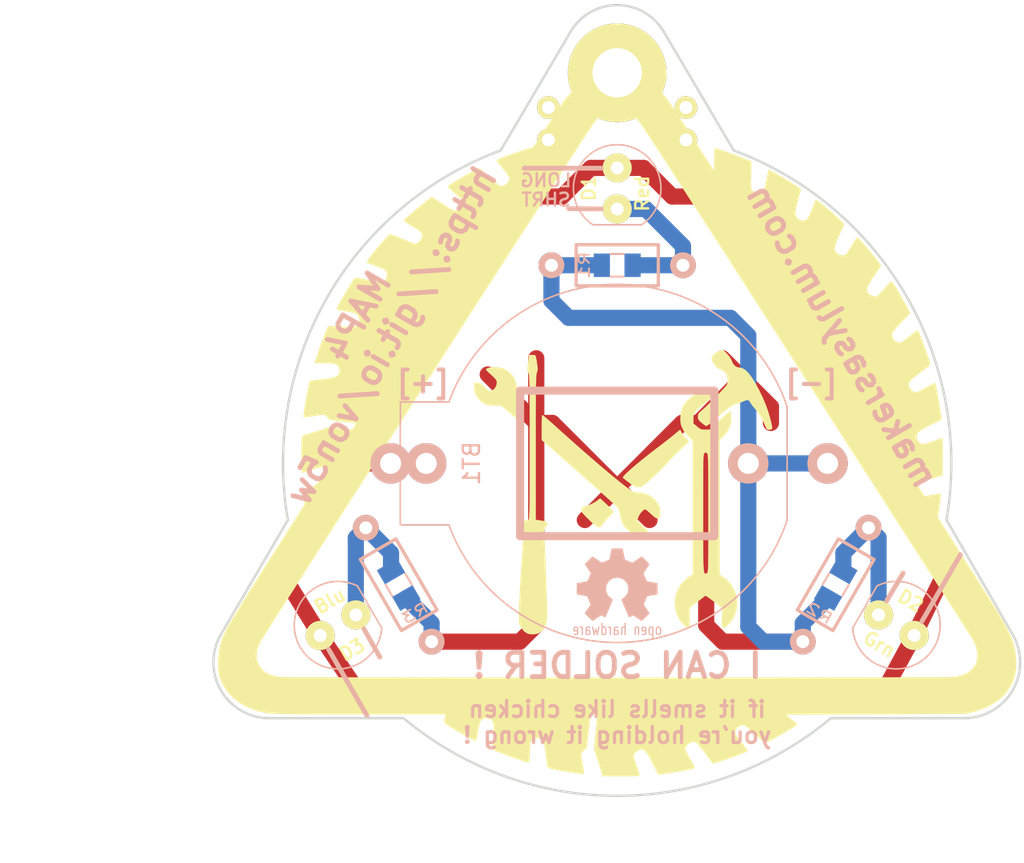
<source format=kicad_pcb>
(kicad_pcb (version 4) (host pcbnew 4.0.6-e0-6349~53~ubuntu16.04.1)

  (general
    (links 17)
    (no_connects 0)
    (area 124.974637 71.588459 174.973189 120.625001)
    (thickness 1.6)
    (drawings 26)
    (tracks 64)
    (zones 0)
    (modules 14)
    (nets 6)
  )

  (page A4)
  (title_block
    (title MAP4)
    (date 2016-05-25)
    (rev 1)
    (company "Maker's Asylum")
    (comment 1 "Learn to Solder Maker's Asylum Badge")
  )

  (layers
    (0 F.Cu signal hide)
    (31 B.Cu signal hide)
    (32 B.Adhes user)
    (33 F.Adhes user)
    (34 B.Paste user)
    (35 F.Paste user)
    (36 B.SilkS user)
    (37 F.SilkS user hide)
    (38 B.Mask user)
    (39 F.Mask user)
    (40 Dwgs.User user)
    (41 Cmts.User user)
    (42 Eco1.User user)
    (43 Eco2.User user)
    (44 Edge.Cuts user)
    (45 Margin user)
    (46 B.CrtYd user)
    (47 F.CrtYd user)
    (48 B.Fab user)
    (49 F.Fab user)
  )

  (setup
    (last_trace_width 0.25)
    (user_trace_width 0.25)
    (user_trace_width 0.5)
    (user_trace_width 1)
    (trace_clearance 0.2)
    (zone_clearance 0.5)
    (zone_45_only no)
    (trace_min 0.2)
    (segment_width 0.5)
    (edge_width 0.15)
    (via_size 0.6)
    (via_drill 0.4)
    (via_min_size 0.4)
    (via_min_drill 0.3)
    (uvia_size 0.3)
    (uvia_drill 0.1)
    (uvias_allowed no)
    (uvia_min_size 0)
    (uvia_min_drill 0)
    (pcb_text_width 0.3)
    (pcb_text_size 1.5 1.5)
    (mod_edge_width 0.15)
    (mod_text_size 1 1)
    (mod_text_width 0.15)
    (pad_size 3.8 3.8)
    (pad_drill 0.508)
    (pad_to_mask_clearance 0.2)
    (aux_axis_origin 125 120.5)
    (grid_origin 125 120.5)
    (visible_elements FFFFEF7F)
    (pcbplotparams
      (layerselection 0x001f0_80000001)
      (usegerberextensions false)
      (excludeedgelayer false)
      (linewidth 0.050800)
      (plotframeref true)
      (viasonmask false)
      (mode 1)
      (useauxorigin false)
      (hpglpennumber 1)
      (hpglpenspeed 20)
      (hpglpendiameter 15)
      (hpglpenoverlay 2)
      (psnegative false)
      (psa4output false)
      (plotreference true)
      (plotvalue true)
      (plotinvisibletext false)
      (padsonsilk true)
      (subtractmaskfromsilk false)
      (outputformat 4)
      (mirror false)
      (drillshape 2)
      (scaleselection 1)
      (outputdirectory pdf/))
  )

  (net 0 "")
  (net 1 /3V)
  (net 2 /GND)
  (net 3 /LED_red)
  (net 4 /LED_grn)
  (net 5 /LED_blu)

  (net_class Default "This is the default net class."
    (clearance 0.2)
    (trace_width 0.25)
    (via_dia 0.6)
    (via_drill 0.4)
    (uvia_dia 0.3)
    (uvia_drill 0.1)
  )

  (net_class 0.5 ""
    (clearance 0.2)
    (trace_width 0.5)
    (via_dia 0.6)
    (via_drill 0.4)
    (uvia_dia 0.3)
    (uvia_drill 0.1)
  )

  (net_class 1.0 ""
    (clearance 0.2)
    (trace_width 1)
    (via_dia 0.6)
    (via_drill 0.4)
    (uvia_dia 0.3)
    (uvia_drill 0.1)
    (add_net /3V)
    (add_net /GND)
    (add_net /LED_blu)
    (add_net /LED_grn)
    (add_net /LED_red)
  )

  (module map4_fp:MTG_3mm (layer F.Cu) (tedit 56D2C3FB) (tstamp 57444925)
    (at 150 75.85)
    (path /57444D7F)
    (fp_text reference P2 (at 0 1.27) (layer F.SilkS) hide
      (effects (font (size 1 1) (thickness 0.15)))
    )
    (fp_text value Pin (at 0 -1.27) (layer F.SilkS) hide
      (effects (font (size 1 1) (thickness 0.15)))
    )
    (pad 1 thru_hole circle (at 0 0) (size 6.096 6.096) (drill 3.048) (layers *.Cu *.Mask F.SilkS))
  )

  (module map4_fp:r_0805 (layer B.Cu) (tedit 574574FE) (tstamp 57444929)
    (at 150 87.75)
    (descr "SMT capacitor, 0805")
    (path /57443D6C)
    (attr smd)
    (fp_text reference R1 (at -2.032 0 270) (layer B.SilkS)
      (effects (font (size 0.635 0.889) (thickness 0.1143)) (justify mirror))
    )
    (fp_text value 10E (at 0 -1.7145) (layer B.SilkS) hide
      (effects (font (size 0.762 0.762) (thickness 0.1143)) (justify mirror))
    )
    (fp_line (start -2.54 1.27) (end -2.54 -1.27) (layer B.SilkS) (width 0.2032))
    (fp_line (start -2.54 -1.27) (end 2.54 -1.27) (layer B.SilkS) (width 0.2032))
    (fp_line (start 2.54 -1.27) (end 2.54 1.27) (layer B.SilkS) (width 0.2032))
    (fp_line (start 2.54 1.27) (end -2.54 1.27) (layer B.SilkS) (width 0.2032))
    (fp_line (start 0.4 -0.7) (end -0.4 -0.7) (layer B.SilkS) (width 0.127))
    (fp_line (start -0.4 0.7) (end 0.4 0.7) (layer B.SilkS) (width 0.127))
    (pad 2 smd rect (at 0.95 0) (size 1 1.45) (layers B.Cu B.Paste B.Mask)
      (net 3 /LED_red))
    (pad 1 smd rect (at -0.95 0) (size 1 1.45) (layers B.Cu B.Paste B.Mask)
      (net 2 /GND))
    (pad 2 thru_hole circle (at 4.064 0) (size 1.6 1.6) (drill 0.8) (layers *.Cu *.Mask B.SilkS)
      (net 3 /LED_red))
    (pad 1 thru_hole circle (at -4.064 0) (size 1.6 1.6) (drill 0.8) (layers *.Cu *.Mask B.SilkS)
      (net 2 /GND))
    (model ${KIPRJMOD}/3d_modules/resistor_7_62mm.wrl
      (at (xyz 0 0 0))
      (scale (xyz 1 1 1))
      (rotate (xyz 0 0 0))
    )
  )

  (module map4_fp:r_0805 (layer B.Cu) (tedit 574574FE) (tstamp 57444943)
    (at 136.5 107.5 120)
    (descr "SMT capacitor, 0805")
    (path /57443E83)
    (attr smd)
    (fp_text reference R3 (at -2.032 0 390) (layer B.SilkS)
      (effects (font (size 0.635 0.889) (thickness 0.1143)) (justify mirror))
    )
    (fp_text value 10E (at 0 -1.7145 120) (layer B.SilkS) hide
      (effects (font (size 0.762 0.762) (thickness 0.1143)) (justify mirror))
    )
    (fp_line (start -2.54 1.27) (end -2.54 -1.27) (layer B.SilkS) (width 0.2032))
    (fp_line (start -2.54 -1.27) (end 2.54 -1.27) (layer B.SilkS) (width 0.2032))
    (fp_line (start 2.54 -1.27) (end 2.54 1.27) (layer B.SilkS) (width 0.2032))
    (fp_line (start 2.54 1.27) (end -2.54 1.27) (layer B.SilkS) (width 0.2032))
    (fp_line (start 0.4 -0.7) (end -0.4 -0.7) (layer B.SilkS) (width 0.127))
    (fp_line (start -0.4 0.7) (end 0.4 0.7) (layer B.SilkS) (width 0.127))
    (pad 2 smd rect (at 0.95 0 120) (size 1 1.45) (layers B.Cu B.Paste B.Mask)
      (net 5 /LED_blu))
    (pad 1 smd rect (at -0.95 0 120) (size 1 1.45) (layers B.Cu B.Paste B.Mask)
      (net 2 /GND))
    (pad 2 thru_hole circle (at 4.064 0 120) (size 1.6 1.6) (drill 0.8) (layers *.Cu *.Mask B.SilkS)
      (net 5 /LED_blu))
    (pad 1 thru_hole circle (at -4.064 0 120) (size 1.6 1.6) (drill 0.8) (layers *.Cu *.Mask B.SilkS)
      (net 2 /GND))
    (model ${KIPRJMOD}/3d_modules/resistor_7_62mm.wrl
      (at (xyz 0 0 0))
      (scale (xyz 1 1 1))
      (rotate (xyz 0 0 0))
    )
  )

  (module map4_fp:r_0805 (layer B.Cu) (tedit 574574FE) (tstamp 57444936)
    (at 163.5 107.5 60)
    (descr "SMT capacitor, 0805")
    (path /57443E35)
    (attr smd)
    (fp_text reference R2 (at -2.032 0 330) (layer B.SilkS)
      (effects (font (size 0.635 0.889) (thickness 0.1143)) (justify mirror))
    )
    (fp_text value 10E (at 0 -1.7145 60) (layer B.SilkS) hide
      (effects (font (size 0.762 0.762) (thickness 0.1143)) (justify mirror))
    )
    (fp_line (start -2.54 1.27) (end -2.54 -1.27) (layer B.SilkS) (width 0.2032))
    (fp_line (start -2.54 -1.27) (end 2.54 -1.27) (layer B.SilkS) (width 0.2032))
    (fp_line (start 2.54 -1.27) (end 2.54 1.27) (layer B.SilkS) (width 0.2032))
    (fp_line (start 2.54 1.27) (end -2.54 1.27) (layer B.SilkS) (width 0.2032))
    (fp_line (start 0.4 -0.7) (end -0.4 -0.7) (layer B.SilkS) (width 0.127))
    (fp_line (start -0.4 0.7) (end 0.4 0.7) (layer B.SilkS) (width 0.127))
    (pad 2 smd rect (at 0.95 0 60) (size 1 1.45) (layers B.Cu B.Paste B.Mask)
      (net 4 /LED_grn))
    (pad 1 smd rect (at -0.95 0 60) (size 1 1.45) (layers B.Cu B.Paste B.Mask)
      (net 2 /GND))
    (pad 2 thru_hole circle (at 4.064 0 60) (size 1.6 1.6) (drill 0.8) (layers *.Cu *.Mask B.SilkS)
      (net 4 /LED_grn))
    (pad 1 thru_hole circle (at -4.064 0 60) (size 1.6 1.6) (drill 0.8) (layers *.Cu *.Mask B.SilkS)
      (net 2 /GND))
    (model ${KIPRJMOD}/3d_modules/resistor_7_62mm.wrl
      (at (xyz 0 0 0))
      (scale (xyz 1 1 1))
      (rotate (xyz 0 0 0))
    )
  )

  (module map4_fp:Logo_silk_OSHW_6x6mm (layer B.Cu) (tedit 574577D1) (tstamp 5745DB37)
    (at 150 107.5 180)
    (descr "Open Hardware Logo, 6x6mm")
    (path /57444ACD)
    (fp_text reference LOGO1 (at 0 0 180) (layer B.SilkS) hide
      (effects (font (size 0.22606 0.22606) (thickness 0.04318)) (justify mirror))
    )
    (fp_text value OPEN_HARDWARE_1 (at 0 -0.3 180) (layer B.SilkS) hide
      (effects (font (size 0.22606 0.22606) (thickness 0.04318)) (justify mirror))
    )
    (fp_line (start 2.16 -2.62) (end 2.16 -3.08) (layer B.SilkS) (width 0.075))
    (fp_line (start 2.25 -2.62) (end 2.3 -2.62) (layer B.SilkS) (width 0.075))
    (fp_line (start 2.2 -2.65) (end 2.25 -2.62) (layer B.SilkS) (width 0.075))
    (fp_line (start 2.18 -2.67) (end 2.2 -2.65) (layer B.SilkS) (width 0.075))
    (fp_line (start 2.16 -2.74) (end 2.18 -2.67) (layer B.SilkS) (width 0.075))
    (fp_line (start 2.6 -3.08) (end 2.65 -3.05) (layer B.SilkS) (width 0.075))
    (fp_line (start 2.5 -3.08) (end 2.6 -3.08) (layer B.SilkS) (width 0.075))
    (fp_line (start 2.46 -3.05) (end 2.5 -3.08) (layer B.SilkS) (width 0.075))
    (fp_line (start 2.44 -2.98) (end 2.46 -3.05) (layer B.SilkS) (width 0.075))
    (fp_line (start 2.44 -2.71) (end 2.44 -2.98) (layer B.SilkS) (width 0.075))
    (fp_line (start 2.47 -2.65) (end 2.44 -2.71) (layer B.SilkS) (width 0.075))
    (fp_line (start 2.51 -2.62) (end 2.47 -2.65) (layer B.SilkS) (width 0.075))
    (fp_line (start 2.61 -2.62) (end 2.51 -2.62) (layer B.SilkS) (width 0.075))
    (fp_line (start 2.65 -2.66) (end 2.61 -2.62) (layer B.SilkS) (width 0.075))
    (fp_line (start 2.67 -2.73) (end 2.65 -2.66) (layer B.SilkS) (width 0.075))
    (fp_line (start 2.67 -2.85) (end 2.67 -2.73) (layer B.SilkS) (width 0.075))
    (fp_line (start 2.67 -2.85) (end 2.44 -2.85) (layer B.SilkS) (width 0.075))
    (fp_line (start 1.92 -2.71) (end 1.92 -3.08) (layer B.SilkS) (width 0.075))
    (fp_line (start 1.89 -2.65) (end 1.92 -2.71) (layer B.SilkS) (width 0.075))
    (fp_line (start 1.85 -2.62) (end 1.89 -2.65) (layer B.SilkS) (width 0.075))
    (fp_line (start 1.75 -2.62) (end 1.85 -2.62) (layer B.SilkS) (width 0.075))
    (fp_line (start 1.7 -2.65) (end 1.75 -2.62) (layer B.SilkS) (width 0.075))
    (fp_line (start 1.76 -2.81) (end 1.71 -2.84) (layer B.SilkS) (width 0.075))
    (fp_line (start 1.88 -2.81) (end 1.76 -2.81) (layer B.SilkS) (width 0.075))
    (fp_line (start 1.92 -2.78) (end 1.88 -2.81) (layer B.SilkS) (width 0.075))
    (fp_line (start 1.87 -3.08) (end 1.92 -3.04) (layer B.SilkS) (width 0.075))
    (fp_line (start 1.75 -3.08) (end 1.87 -3.08) (layer B.SilkS) (width 0.075))
    (fp_line (start 1.7 -3.04) (end 1.75 -3.08) (layer B.SilkS) (width 0.075))
    (fp_line (start 1.68 -2.98) (end 1.7 -3.04) (layer B.SilkS) (width 0.075))
    (fp_line (start 1.68 -2.91) (end 1.68 -2.98) (layer B.SilkS) (width 0.075))
    (fp_line (start 1.71 -2.84) (end 1.68 -2.91) (layer B.SilkS) (width 0.075))
    (fp_line (start 1.13 -2.62) (end 1.23 -3.08) (layer B.SilkS) (width 0.075))
    (fp_line (start 1.23 -3.08) (end 1.32 -2.74) (layer B.SilkS) (width 0.075))
    (fp_line (start 1.32 -2.74) (end 1.42 -3.08) (layer B.SilkS) (width 0.075))
    (fp_line (start 1.42 -3.08) (end 1.52 -2.62) (layer B.SilkS) (width 0.075))
    (fp_line (start 0.94 -3.05) (end 0.9 -3.08) (layer B.SilkS) (width 0.075))
    (fp_line (start 0.9 -3.08) (end 0.79 -3.08) (layer B.SilkS) (width 0.075))
    (fp_line (start 0.79 -3.08) (end 0.75 -3.05) (layer B.SilkS) (width 0.075))
    (fp_line (start 0.75 -3.05) (end 0.73 -3.02) (layer B.SilkS) (width 0.075))
    (fp_line (start 0.73 -3.02) (end 0.7 -2.95) (layer B.SilkS) (width 0.075))
    (fp_line (start 0.7 -2.95) (end 0.7 -2.75) (layer B.SilkS) (width 0.075))
    (fp_line (start 0.7 -2.75) (end 0.73 -2.68) (layer B.SilkS) (width 0.075))
    (fp_line (start 0.73 -2.68) (end 0.75 -2.65) (layer B.SilkS) (width 0.075))
    (fp_line (start 0.75 -2.65) (end 0.81 -2.61) (layer B.SilkS) (width 0.075))
    (fp_line (start 0.81 -2.61) (end 0.88 -2.61) (layer B.SilkS) (width 0.075))
    (fp_line (start 0.88 -2.61) (end 0.94 -2.65) (layer B.SilkS) (width 0.075))
    (fp_line (start 0.94 -2.38) (end 0.94 -3.08) (layer B.SilkS) (width 0.075))
    (fp_line (start 0.42 -2.74) (end 0.44 -2.67) (layer B.SilkS) (width 0.075))
    (fp_line (start 0.44 -2.67) (end 0.46 -2.65) (layer B.SilkS) (width 0.075))
    (fp_line (start 0.46 -2.65) (end 0.51 -2.62) (layer B.SilkS) (width 0.075))
    (fp_line (start 0.51 -2.62) (end 0.56 -2.62) (layer B.SilkS) (width 0.075))
    (fp_line (start 0.42 -2.62) (end 0.42 -3.08) (layer B.SilkS) (width 0.075))
    (fp_line (start -0.03 -2.84) (end -0.06 -2.91) (layer B.SilkS) (width 0.075))
    (fp_line (start -0.06 -2.91) (end -0.06 -2.98) (layer B.SilkS) (width 0.075))
    (fp_line (start -0.06 -2.98) (end -0.04 -3.04) (layer B.SilkS) (width 0.075))
    (fp_line (start -0.04 -3.04) (end 0.01 -3.08) (layer B.SilkS) (width 0.075))
    (fp_line (start 0.01 -3.08) (end 0.13 -3.08) (layer B.SilkS) (width 0.075))
    (fp_line (start 0.13 -3.08) (end 0.18 -3.04) (layer B.SilkS) (width 0.075))
    (fp_line (start 0.18 -2.78) (end 0.14 -2.81) (layer B.SilkS) (width 0.075))
    (fp_line (start 0.14 -2.81) (end 0.02 -2.81) (layer B.SilkS) (width 0.075))
    (fp_line (start 0.02 -2.81) (end -0.03 -2.84) (layer B.SilkS) (width 0.075))
    (fp_line (start -0.04 -2.65) (end 0.01 -2.62) (layer B.SilkS) (width 0.075))
    (fp_line (start 0.01 -2.62) (end 0.11 -2.62) (layer B.SilkS) (width 0.075))
    (fp_line (start 0.11 -2.62) (end 0.15 -2.65) (layer B.SilkS) (width 0.075))
    (fp_line (start 0.15 -2.65) (end 0.18 -2.71) (layer B.SilkS) (width 0.075))
    (fp_line (start 0.18 -2.71) (end 0.18 -3.08) (layer B.SilkS) (width 0.075))
    (fp_line (start -0.49 -2.69) (end -0.47 -2.65) (layer B.SilkS) (width 0.075))
    (fp_line (start -0.47 -2.65) (end -0.42 -2.62) (layer B.SilkS) (width 0.075))
    (fp_line (start -0.42 -2.62) (end -0.34 -2.62) (layer B.SilkS) (width 0.075))
    (fp_line (start -0.34 -2.62) (end -0.3 -2.65) (layer B.SilkS) (width 0.075))
    (fp_line (start -0.3 -2.65) (end -0.28 -2.71) (layer B.SilkS) (width 0.075))
    (fp_line (start -0.28 -2.71) (end -0.28 -3.08) (layer B.SilkS) (width 0.075))
    (fp_line (start -0.49 -2.38) (end -0.49 -3.08) (layer B.SilkS) (width 0.075))
    (fp_line (start -1.54 -2.85) (end -1.77 -2.85) (layer B.SilkS) (width 0.075))
    (fp_line (start -1.32 -2.68) (end -1.3 -2.65) (layer B.SilkS) (width 0.075))
    (fp_line (start -1.3 -2.65) (end -1.26 -2.62) (layer B.SilkS) (width 0.075))
    (fp_line (start -1.26 -2.62) (end -1.17 -2.62) (layer B.SilkS) (width 0.075))
    (fp_line (start -1.17 -2.62) (end -1.13 -2.65) (layer B.SilkS) (width 0.075))
    (fp_line (start -1.13 -2.65) (end -1.11 -2.71) (layer B.SilkS) (width 0.075))
    (fp_line (start -1.11 -2.71) (end -1.11 -3.08) (layer B.SilkS) (width 0.075))
    (fp_line (start -1.32 -2.62) (end -1.32 -3.08) (layer B.SilkS) (width 0.075))
    (fp_line (start -1.54 -2.85) (end -1.54 -2.73) (layer B.SilkS) (width 0.075))
    (fp_line (start -1.54 -2.73) (end -1.56 -2.66) (layer B.SilkS) (width 0.075))
    (fp_line (start -1.56 -2.66) (end -1.6 -2.62) (layer B.SilkS) (width 0.075))
    (fp_line (start -1.6 -2.62) (end -1.7 -2.62) (layer B.SilkS) (width 0.075))
    (fp_line (start -1.7 -2.62) (end -1.74 -2.65) (layer B.SilkS) (width 0.075))
    (fp_line (start -1.74 -2.65) (end -1.77 -2.71) (layer B.SilkS) (width 0.075))
    (fp_line (start -1.77 -2.71) (end -1.77 -2.98) (layer B.SilkS) (width 0.075))
    (fp_line (start -1.77 -2.98) (end -1.75 -3.05) (layer B.SilkS) (width 0.075))
    (fp_line (start -1.75 -3.05) (end -1.71 -3.08) (layer B.SilkS) (width 0.075))
    (fp_line (start -1.71 -3.08) (end -1.61 -3.08) (layer B.SilkS) (width 0.075))
    (fp_line (start -1.61 -3.08) (end -1.56 -3.05) (layer B.SilkS) (width 0.075))
    (fp_line (start -2.2 -2.65) (end -2.16 -2.62) (layer B.SilkS) (width 0.075))
    (fp_line (start -2.16 -2.62) (end -2.06 -2.62) (layer B.SilkS) (width 0.075))
    (fp_line (start -2.06 -2.62) (end -2.02 -2.65) (layer B.SilkS) (width 0.075))
    (fp_line (start -2.02 -2.65) (end -1.99 -2.68) (layer B.SilkS) (width 0.075))
    (fp_line (start -1.99 -2.68) (end -1.97 -2.74) (layer B.SilkS) (width 0.075))
    (fp_line (start -1.97 -2.74) (end -1.97 -2.96) (layer B.SilkS) (width 0.075))
    (fp_line (start -1.97 -2.96) (end -1.99 -3.02) (layer B.SilkS) (width 0.075))
    (fp_line (start -1.99 -3.02) (end -2.01 -3.05) (layer B.SilkS) (width 0.075))
    (fp_line (start -2.01 -3.05) (end -2.05 -3.08) (layer B.SilkS) (width 0.075))
    (fp_line (start -2.05 -3.08) (end -2.15 -3.08) (layer B.SilkS) (width 0.075))
    (fp_line (start -2.15 -3.08) (end -2.2 -3.05) (layer B.SilkS) (width 0.075))
    (fp_line (start -2.2 -3.32) (end -2.2 -2.62) (layer B.SilkS) (width 0.075))
    (fp_line (start -2.51 -2.62) (end -2.59 -2.62) (layer B.SilkS) (width 0.075))
    (fp_line (start -2.59 -2.62) (end -2.63 -2.65) (layer B.SilkS) (width 0.075))
    (fp_line (start -2.63 -2.65) (end -2.65 -2.68) (layer B.SilkS) (width 0.075))
    (fp_line (start -2.65 -2.68) (end -2.68 -2.75) (layer B.SilkS) (width 0.075))
    (fp_line (start -2.59 -3.08) (end -2.51 -3.08) (layer B.SilkS) (width 0.075))
    (fp_line (start -2.51 -3.08) (end -2.46 -3.05) (layer B.SilkS) (width 0.075))
    (fp_line (start -2.46 -3.05) (end -2.44 -3.02) (layer B.SilkS) (width 0.075))
    (fp_line (start -2.44 -3.02) (end -2.42 -2.95) (layer B.SilkS) (width 0.075))
    (fp_line (start -2.42 -2.95) (end -2.42 -2.75) (layer B.SilkS) (width 0.075))
    (fp_line (start -2.42 -2.75) (end -2.44 -2.69) (layer B.SilkS) (width 0.075))
    (fp_line (start -2.44 -2.69) (end -2.46 -2.66) (layer B.SilkS) (width 0.075))
    (fp_line (start -2.46 -2.66) (end -2.51 -2.62) (layer B.SilkS) (width 0.075))
    (fp_line (start -2.68 -2.75) (end -2.68 -2.95) (layer B.SilkS) (width 0.075))
    (fp_line (start -2.68 -2.95) (end -2.66 -3.01) (layer B.SilkS) (width 0.075))
    (fp_line (start -2.66 -3.01) (end -2.64 -3.04) (layer B.SilkS) (width 0.075))
    (fp_line (start -2.64 -3.04) (end -2.59 -3.08) (layer B.SilkS) (width 0.075))
    (fp_poly (pts (xy -1.51384 -2.24536) (xy -1.48844 -2.23012) (xy -1.43002 -2.19456) (xy -1.3462 -2.13868)
      (xy -1.24714 -2.07264) (xy -1.14808 -2.0066) (xy -1.0668 -1.95326) (xy -1.01092 -1.91516)
      (xy -0.98552 -1.90246) (xy -0.97282 -1.90754) (xy -0.9271 -1.9304) (xy -0.85852 -1.96596)
      (xy -0.81788 -1.98628) (xy -0.75692 -2.01168) (xy -0.7239 -2.0193) (xy -0.71882 -2.00914)
      (xy -0.69596 -1.96088) (xy -0.6604 -1.8796) (xy -0.61468 -1.77038) (xy -0.5588 -1.64338)
      (xy -0.50292 -1.50876) (xy -0.4445 -1.36906) (xy -0.38862 -1.23444) (xy -0.34036 -1.11506)
      (xy -0.29972 -1.01854) (xy -0.27432 -0.94996) (xy -0.26416 -0.92202) (xy -0.2667 -0.9144)
      (xy -0.29972 -0.88392) (xy -0.35306 -0.84328) (xy -0.47244 -0.74676) (xy -0.58928 -0.60198)
      (xy -0.6604 -0.43688) (xy -0.68326 -0.25146) (xy -0.66294 -0.08128) (xy -0.5969 0.08128)
      (xy -0.4826 0.2286) (xy -0.3429 0.33782) (xy -0.18034 0.4064) (xy 0 0.42926)
      (xy 0.17272 0.40894) (xy 0.34036 0.3429) (xy 0.48768 0.23114) (xy 0.55118 0.16002)
      (xy 0.63754 0.01016) (xy 0.6858 -0.14732) (xy 0.69088 -0.18796) (xy 0.68326 -0.36322)
      (xy 0.63246 -0.5334) (xy 0.53848 -0.68326) (xy 0.40894 -0.80772) (xy 0.3937 -0.81788)
      (xy 0.33528 -0.8636) (xy 0.29464 -0.89408) (xy 0.26416 -0.91948) (xy 0.48768 -1.45796)
      (xy 0.52324 -1.54178) (xy 0.5842 -1.6891) (xy 0.63754 -1.8161) (xy 0.68072 -1.9177)
      (xy 0.7112 -1.98374) (xy 0.7239 -2.01168) (xy 0.7239 -2.01422) (xy 0.74422 -2.01676)
      (xy 0.78486 -2.00152) (xy 0.86106 -1.96596) (xy 0.90932 -1.94056) (xy 0.96774 -1.91262)
      (xy 0.99314 -1.90246) (xy 1.016 -1.91516) (xy 1.06934 -1.95072) (xy 1.15062 -2.00406)
      (xy 1.24714 -2.06756) (xy 1.33858 -2.13106) (xy 1.4224 -2.18694) (xy 1.48336 -2.22504)
      (xy 1.51384 -2.24282) (xy 1.51892 -2.24282) (xy 1.54432 -2.22758) (xy 1.59258 -2.18694)
      (xy 1.66624 -2.11836) (xy 1.77038 -2.01422) (xy 1.78562 -1.99898) (xy 1.87198 -1.91262)
      (xy 1.94056 -1.83896) (xy 1.98628 -1.78816) (xy 2.00406 -1.7653) (xy 2.00406 -1.7653)
      (xy 1.98882 -1.73482) (xy 1.95072 -1.67386) (xy 1.89484 -1.5875) (xy 1.82626 -1.48844)
      (xy 1.64846 -1.22936) (xy 1.74498 -0.98552) (xy 1.77546 -0.90932) (xy 1.81356 -0.82042)
      (xy 1.8415 -0.75438) (xy 1.85674 -0.72644) (xy 1.88214 -0.71628) (xy 1.95072 -0.70104)
      (xy 2.04724 -0.68072) (xy 2.16154 -0.6604) (xy 2.2733 -0.64008) (xy 2.37236 -0.61976)
      (xy 2.44348 -0.60706) (xy 2.4765 -0.59944) (xy 2.48412 -0.59436) (xy 2.49174 -0.57912)
      (xy 2.49428 -0.5461) (xy 2.49682 -0.48514) (xy 2.49936 -0.39116) (xy 2.49936 -0.25146)
      (xy 2.49936 -0.23622) (xy 2.49682 -0.10668) (xy 2.49428 0) (xy 2.49174 0.06604)
      (xy 2.48666 0.09398) (xy 2.48666 0.09398) (xy 2.45618 0.1016) (xy 2.38506 0.11684)
      (xy 2.286 0.13462) (xy 2.16662 0.15748) (xy 2.159 0.16002) (xy 2.04216 0.18288)
      (xy 1.9431 0.2032) (xy 1.87198 0.21844) (xy 1.84404 0.2286) (xy 1.83642 0.23622)
      (xy 1.81356 0.28194) (xy 1.78054 0.3556) (xy 1.7399 0.4445) (xy 1.7018 0.53848)
      (xy 1.66878 0.6223) (xy 1.64592 0.68326) (xy 1.6383 0.7112) (xy 1.64084 0.71374)
      (xy 1.65862 0.74168) (xy 1.69926 0.80264) (xy 1.75514 0.88646) (xy 1.82372 0.98806)
      (xy 1.8288 0.99568) (xy 1.89738 1.09474) (xy 1.95326 1.1811) (xy 1.98882 1.23952)
      (xy 2.00406 1.26746) (xy 2.00406 1.27) (xy 1.9812 1.30048) (xy 1.9304 1.35636)
      (xy 1.85674 1.43256) (xy 1.77038 1.52146) (xy 1.74244 1.54686) (xy 1.64338 1.64338)
      (xy 1.57734 1.70434) (xy 1.53416 1.73736) (xy 1.51384 1.74498) (xy 1.51384 1.74498)
      (xy 1.48336 1.7272) (xy 1.41986 1.68656) (xy 1.33604 1.62814) (xy 1.23444 1.55956)
      (xy 1.22682 1.55448) (xy 1.12776 1.4859) (xy 1.04394 1.43002) (xy 0.98552 1.38938)
      (xy 0.95758 1.37414) (xy 0.95504 1.37414) (xy 0.9144 1.38684) (xy 0.84328 1.41224)
      (xy 0.75438 1.44526) (xy 0.66294 1.48336) (xy 0.57912 1.51892) (xy 0.51562 1.54686)
      (xy 0.48514 1.56464) (xy 0.48514 1.56464) (xy 0.47498 1.6002) (xy 0.4572 1.6764)
      (xy 0.43688 1.778) (xy 0.41148 1.89992) (xy 0.40894 1.92024) (xy 0.38608 2.03962)
      (xy 0.3683 2.13868) (xy 0.35306 2.20726) (xy 0.34544 2.2352) (xy 0.3302 2.23774)
      (xy 0.27178 2.24282) (xy 0.18288 2.24536) (xy 0.07366 2.24536) (xy -0.0381 2.24536)
      (xy -0.14732 2.24282) (xy -0.2413 2.24028) (xy -0.30988 2.2352) (xy -0.33782 2.23012)
      (xy -0.33782 2.22758) (xy -0.34798 2.18948) (xy -0.36576 2.11582) (xy -0.38608 2.01168)
      (xy -0.40894 1.88976) (xy -0.41402 1.8669) (xy -0.43688 1.75006) (xy -0.4572 1.651)
      (xy -0.4699 1.58496) (xy -0.47752 1.55702) (xy -0.49022 1.55194) (xy -0.53848 1.53162)
      (xy -0.61722 1.4986) (xy -0.71628 1.45796) (xy -0.94488 1.36652) (xy -1.22682 1.55702)
      (xy -1.25222 1.5748) (xy -1.35382 1.64338) (xy -1.4351 1.69926) (xy -1.49352 1.73736)
      (xy -1.51638 1.75006) (xy -1.51892 1.75006) (xy -1.54686 1.72466) (xy -1.60274 1.67132)
      (xy -1.67894 1.59766) (xy -1.76784 1.5113) (xy -1.83134 1.44526) (xy -1.91008 1.36652)
      (xy -1.95834 1.31318) (xy -1.98628 1.28016) (xy -1.9939 1.25984) (xy -1.99136 1.2446)
      (xy -1.97358 1.21666) (xy -1.93294 1.1557) (xy -1.87452 1.06934) (xy -1.80594 0.97028)
      (xy -1.75006 0.88646) (xy -1.6891 0.79248) (xy -1.651 0.72644) (xy -1.63576 0.69342)
      (xy -1.64084 0.68072) (xy -1.65862 0.62484) (xy -1.69418 0.54102) (xy -1.73482 0.44196)
      (xy -1.83388 0.22098) (xy -1.97866 0.19304) (xy -2.06756 0.17526) (xy -2.18948 0.1524)
      (xy -2.30886 0.12954) (xy -2.49174 0.09398) (xy -2.49936 -0.58166) (xy -2.47142 -0.59436)
      (xy -2.44348 -0.60198) (xy -2.3749 -0.61722) (xy -2.27838 -0.63754) (xy -2.16154 -0.65786)
      (xy -2.06502 -0.67564) (xy -1.96596 -0.69596) (xy -1.89484 -0.70866) (xy -1.86436 -0.71628)
      (xy -1.8542 -0.72644) (xy -1.83134 -0.7747) (xy -1.79578 -0.8509) (xy -1.75514 -0.94234)
      (xy -1.71704 -1.03632) (xy -1.68148 -1.12522) (xy -1.65862 -1.19126) (xy -1.64846 -1.22428)
      (xy -1.66116 -1.25222) (xy -1.69926 -1.31064) (xy -1.7526 -1.39192) (xy -1.82118 -1.49098)
      (xy -1.88722 -1.5875) (xy -1.94564 -1.67132) (xy -1.98374 -1.73228) (xy -2.00152 -1.76022)
      (xy -1.99136 -1.778) (xy -1.95326 -1.82626) (xy -1.8796 -1.90246) (xy -1.76784 -2.01168)
      (xy -1.75006 -2.02946) (xy -1.6637 -2.11328) (xy -1.59004 -2.18186) (xy -1.5367 -2.22758)
      (xy -1.51384 -2.24536)) (layer B.SilkS) (width 0.00254))
  )

  (module map4_fp:MTG_0mm8 (layer F.Cu) (tedit 57457824) (tstamp 574640BD)
    (at 145.75 80)
    (path /574578C5)
    (fp_text reference P3 (at 0 1.27) (layer F.SilkS) hide
      (effects (font (size 1 1) (thickness 0.15)))
    )
    (fp_text value Pin (at 0 -1.27) (layer F.SilkS) hide
      (effects (font (size 1 1) (thickness 0.15)))
    )
    (pad 1 thru_hole circle (at 0 0) (size 1.4 1.4) (drill 0.8) (layers *.Cu *.Mask F.SilkS))
  )

  (module map4_fp:MTG_0mm8 (layer F.Cu) (tedit 57457824) (tstamp 574640C2)
    (at 145.75 78)
    (path /574578FE)
    (fp_text reference P4 (at 0 1.27) (layer F.SilkS) hide
      (effects (font (size 1 1) (thickness 0.15)))
    )
    (fp_text value Pin (at 0 -1.27) (layer F.SilkS) hide
      (effects (font (size 1 1) (thickness 0.15)))
    )
    (pad 1 thru_hole circle (at 0 0) (size 1.4 1.4) (drill 0.8) (layers *.Cu *.Mask F.SilkS))
  )

  (module map4_fp:MTG_0mm8 (layer F.Cu) (tedit 57457824) (tstamp 574640C7)
    (at 154.25 80)
    (path /57457995)
    (fp_text reference P5 (at 0 1.27) (layer F.SilkS) hide
      (effects (font (size 1 1) (thickness 0.15)))
    )
    (fp_text value Pin (at 0 -1.27) (layer F.SilkS) hide
      (effects (font (size 1 1) (thickness 0.15)))
    )
    (pad 1 thru_hole circle (at 0 0) (size 1.4 1.4) (drill 0.8) (layers *.Cu *.Mask F.SilkS))
  )

  (module map4_fp:MTG_0mm8 (layer F.Cu) (tedit 57457824) (tstamp 574640CC)
    (at 154.25 78)
    (path /5745799C)
    (fp_text reference P6 (at 0 1.27) (layer F.SilkS) hide
      (effects (font (size 1 1) (thickness 0.15)))
    )
    (fp_text value Pin (at 0 -1.27) (layer F.SilkS) hide
      (effects (font (size 1 1) (thickness 0.15)))
    )
    (pad 1 thru_hole circle (at 0 0) (size 1.4 1.4) (drill 0.8) (layers *.Cu *.Mask F.SilkS))
  )

  (module map4_fp:cr2032_02 (layer B.Cu) (tedit 575D8118) (tstamp 575D840B)
    (at 150 100 90)
    (path /570F5FD9)
    (fp_text reference BT1 (at 0 -9 90) (layer B.SilkS)
      (effects (font (size 1 1) (thickness 0.15)) (justify mirror))
    )
    (fp_text value BATT_HOLDER (at 0 -7 90) (layer B.Fab)
      (effects (font (size 1 1) (thickness 0.15)) (justify mirror))
    )
    (fp_arc (start 0 0) (end -3.8 -10.4) (angle -141.4935155) (layer B.SilkS) (width 0.1016))
    (fp_arc (start 0 0) (end 3.5 10.5) (angle -141.4935253) (layer B.SilkS) (width 0.1016))
    (fp_line (start -3.8 -10.4) (end -3.8 -13.4) (layer B.SilkS) (width 0.1016))
    (fp_line (start -3.8 -13.4) (end 3.8 -13.4) (layer B.SilkS) (width 0.1016))
    (fp_line (start 3.8 -13.4) (end 3.8 -10.4) (layer B.SilkS) (width 0.1016))
    (fp_line (start -3.5 10.5) (end 3.5 10.5) (layer B.SilkS) (width 0.1016))
    (pad 2 thru_hole circle (at 0 8.1 90) (size 2.5 2.5) (drill 1.3) (layers *.Cu *.Mask B.SilkS)
      (net 2 /GND))
    (pad 1 thru_hole circle (at 0 -11.8 90) (size 2.5 2.5) (drill 1.3) (layers *.Cu *.Mask B.SilkS)
      (net 1 /3V))
    (pad 1 thru_hole circle (at 0 -14 90) (size 2.5 2.5) (drill 1.3) (layers *.Cu *.Mask B.SilkS)
      (net 1 /3V))
    (pad 2 thru_hole circle (at 0 13 90) (size 2.5 2.5) (drill 1.3) (layers *.Cu *.Mask B.SilkS)
      (net 2 /GND))
    (model CR2032_HOR_HOLD.wrl
      (at (xyz 0 0 0))
      (scale (xyz 1 1 1))
      (rotate (xyz 0 0 0))
    )
  )

  (module map4_fp:MA_LOGO4 (layer F.Cu) (tedit 591EA476) (tstamp 591EA93A)
    (at 150 97.5)
    (fp_text reference P1 (at 0 0) (layer F.SilkS) hide
      (effects (font (thickness 0.3)))
    )
    (fp_text value LOGO (at 0.75 0) (layer F.SilkS) hide
      (effects (font (thickness 0.3)))
    )
    (fp_poly (pts (xy 0.489936 -21.766244) (xy 0.769047 -21.710491) (xy 1.05028 -21.61713) (xy 1.276841 -21.520982)
      (xy 1.704972 -21.287536) (xy 2.138934 -20.976556) (xy 2.563704 -20.600486) (xy 2.964258 -20.17177)
      (xy 3.089965 -20.019109) (xy 3.165215 -19.917052) (xy 3.284197 -19.745834) (xy 3.44109 -19.514237)
      (xy 3.630073 -19.231045) (xy 3.845328 -18.905043) (xy 4.081033 -18.545014) (xy 4.331368 -18.159743)
      (xy 4.590513 -17.758013) (xy 4.664364 -17.64299) (xy 5.980546 -15.590855) (xy 5.993297 -16.293459)
      (xy 6.006049 -16.996064) (xy 6.131843 -16.965846) (xy 6.260308 -16.928909) (xy 6.45571 -16.865223)
      (xy 6.698938 -16.781601) (xy 6.970879 -16.684862) (xy 7.252424 -16.581819) (xy 7.524459 -16.479289)
      (xy 7.767873 -16.384087) (xy 7.804728 -16.369246) (xy 8.289637 -16.17298) (xy 8.28759 -15.83349)
      (xy 8.284714 -15.632486) (xy 8.278743 -15.380953) (xy 8.270738 -15.120634) (xy 8.266651 -15.009091)
      (xy 8.261827 -14.74737) (xy 8.274401 -14.56052) (xy 8.309329 -14.431892) (xy 8.371566 -14.344836)
      (xy 8.466068 -14.282703) (xy 8.485593 -14.273469) (xy 8.610688 -14.238015) (xy 8.749523 -14.224)
      (xy 8.87233 -14.240869) (xy 8.970962 -14.298645) (xy 9.051538 -14.408083) (xy 9.120177 -14.579939)
      (xy 9.183 -14.824968) (xy 9.231363 -15.070836) (xy 9.272933 -15.289583) (xy 9.31109 -15.471097)
      (xy 9.341986 -15.598375) (xy 9.361773 -15.654416) (xy 9.363699 -15.655637) (xy 9.419003 -15.633161)
      (xy 9.539285 -15.57111) (xy 9.710392 -15.477546) (xy 9.918171 -15.360531) (xy 10.148469 -15.228127)
      (xy 10.387135 -15.088396) (xy 10.620014 -14.949402) (xy 10.832954 -14.819206) (xy 10.843585 -14.812598)
      (xy 11.034658 -14.68928) (xy 11.191466 -14.579559) (xy 11.300055 -14.493856) (xy 11.346468 -14.442592)
      (xy 11.346875 -14.43675) (xy 11.329978 -14.376363) (xy 11.295396 -14.242674) (xy 11.247292 -14.052124)
      (xy 11.189831 -13.821154) (xy 11.151362 -13.664983) (xy 11.085024 -13.390362) (xy 11.040037 -13.189347)
      (xy 11.014301 -13.046203) (xy 11.005718 -12.945198) (xy 11.01219 -12.8706) (xy 11.031619 -12.806675)
      (xy 11.035578 -12.796896) (xy 11.138137 -12.650629) (xy 11.288082 -12.555125) (xy 11.459412 -12.516899)
      (xy 11.626125 -12.542466) (xy 11.744739 -12.619182) (xy 11.800332 -12.702158) (xy 11.875899 -12.851417)
      (xy 11.961541 -13.045845) (xy 12.047356 -13.264326) (xy 12.047874 -13.265728) (xy 12.126251 -13.471498)
      (xy 12.195514 -13.641444) (xy 12.248609 -13.759075) (xy 12.278483 -13.8079) (xy 12.279968 -13.808364)
      (xy 12.332725 -13.779616) (xy 12.44182 -13.700507) (xy 12.594294 -13.581738) (xy 12.777185 -13.434011)
      (xy 12.977533 -13.268028) (xy 13.182379 -13.094491) (xy 13.37876 -12.9241) (xy 13.553718 -12.767559)
      (xy 13.658244 -12.670291) (xy 14.039215 -12.307455) (xy 13.740549 -11.637818) (xy 13.604976 -11.323636)
      (xy 13.511503 -11.078366) (xy 13.458065 -10.889804) (xy 13.442594 -10.745742) (xy 13.463027 -10.633976)
      (xy 13.517295 -10.542299) (xy 13.549204 -10.507325) (xy 13.690787 -10.41221) (xy 13.86053 -10.36235)
      (xy 14.020681 -10.366223) (xy 14.080189 -10.388091) (xy 14.139067 -10.446122) (xy 14.231123 -10.567909)
      (xy 14.344516 -10.736559) (xy 14.467409 -10.935178) (xy 14.487968 -10.969983) (xy 14.605943 -11.16426)
      (xy 14.710702 -11.324133) (xy 14.79231 -11.435339) (xy 14.84083 -11.483618) (xy 14.846281 -11.484316)
      (xy 14.895183 -11.443398) (xy 14.99149 -11.343376) (xy 15.124357 -11.196828) (xy 15.28294 -11.016329)
      (xy 15.456393 -10.814455) (xy 15.633872 -10.603785) (xy 15.804533 -10.396893) (xy 15.957529 -10.206357)
      (xy 16.042442 -10.097141) (xy 16.313792 -9.741979) (xy 15.893466 -9.108172) (xy 15.708821 -8.823689)
      (xy 15.575501 -8.60122) (xy 15.489054 -8.429156) (xy 15.44503 -8.29589) (xy 15.438977 -8.189812)
      (xy 15.466446 -8.099314) (xy 15.490596 -8.057442) (xy 15.610139 -7.935059) (xy 15.768215 -7.848574)
      (xy 15.928824 -7.814802) (xy 15.994865 -7.821901) (xy 16.078007 -7.871639) (xy 16.206159 -7.985619)
      (xy 16.369068 -8.154071) (xy 16.510269 -8.31304) (xy 16.660802 -8.484382) (xy 16.791768 -8.626916)
      (xy 16.8907 -8.727546) (xy 16.94513 -8.773173) (xy 16.949551 -8.774546) (xy 16.987521 -8.736403)
      (xy 17.062 -8.631069) (xy 17.164808 -8.472186) (xy 17.287764 -8.273395) (xy 17.42269 -8.048339)
      (xy 17.561405 -7.81066) (xy 17.695729 -7.573999) (xy 17.817483 -7.351998) (xy 17.917511 -7.160239)
      (xy 18.108195 -6.780989) (xy 17.594009 -6.250211) (xy 17.361542 -6.005122) (xy 17.191007 -5.811221)
      (xy 17.075721 -5.657866) (xy 17.009004 -5.534412) (xy 16.984175 -5.430215) (xy 16.994553 -5.334631)
      (xy 17.002752 -5.308264) (xy 17.100826 -5.138109) (xy 17.246668 -5.018468) (xy 17.415063 -4.969435)
      (xy 17.428214 -4.969164) (xy 17.506125 -4.97984) (xy 17.596255 -5.017865) (xy 17.712882 -5.092231)
      (xy 17.870282 -5.211931) (xy 18.060501 -5.367433) (xy 18.238205 -5.511976) (xy 18.391041 -5.630019)
      (xy 18.505085 -5.711274) (xy 18.566416 -5.745454) (xy 18.571973 -5.745384) (xy 18.603735 -5.693023)
      (xy 18.659545 -5.568038) (xy 18.73397 -5.385334) (xy 18.821573 -5.159817) (xy 18.91692 -4.906394)
      (xy 19.014577 -4.639972) (xy 19.109108 -4.375456) (xy 19.195078 -4.127753) (xy 19.267053 -3.91177)
      (xy 19.319598 -3.742412) (xy 19.347278 -3.634586) (xy 19.350182 -3.610962) (xy 19.315033 -3.572872)
      (xy 19.218029 -3.490416) (xy 19.071835 -3.373799) (xy 18.889118 -3.233224) (xy 18.772187 -3.145322)
      (xy 18.564775 -2.987634) (xy 18.377845 -2.83988) (xy 18.226946 -2.714772) (xy 18.127628 -2.625023)
      (xy 18.102551 -2.597865) (xy 18.020938 -2.432127) (xy 18.031402 -2.259656) (xy 18.133921 -2.08069)
      (xy 18.154239 -2.056698) (xy 18.247246 -1.964712) (xy 18.340632 -1.912493) (xy 18.448721 -1.902196)
      (xy 18.58584 -1.935974) (xy 18.766315 -2.015981) (xy 19.004472 -2.144369) (xy 19.100204 -2.198893)
      (xy 19.297334 -2.310287) (xy 19.463725 -2.400906) (xy 19.584215 -2.46275) (xy 19.643641 -2.487815)
      (xy 19.647084 -2.48753) (xy 19.665395 -2.431675) (xy 19.694618 -2.301186) (xy 19.732224 -2.111125)
      (xy 19.775682 -1.876555) (xy 19.82246 -1.612538) (xy 19.87003 -1.334137) (xy 19.91586 -1.056413)
      (xy 19.957421 -0.794431) (xy 19.992181 -0.563251) (xy 20.01761 -0.377936) (xy 20.031178 -0.25355)
      (xy 20.030497 -0.205253) (xy 19.987836 -0.182688) (xy 19.876435 -0.125579) (xy 19.710047 -0.04093)
      (xy 19.502425 0.06426) (xy 19.327091 0.152839) (xy 19.048553 0.296383) (xy 18.843115 0.409998)
      (xy 18.699327 0.500938) (xy 18.605739 0.576458) (xy 18.550902 0.64381) (xy 18.550163 0.645053)
      (xy 18.491374 0.825394) (xy 18.523501 1.007594) (xy 18.635027 1.173987) (xy 18.713148 1.246975)
      (xy 18.79536 1.290065) (xy 18.896882 1.302133) (xy 19.032935 1.282052) (xy 19.218737 1.228696)
      (xy 19.469509 1.14094) (xy 19.566919 1.105055) (xy 19.765923 1.03249) (xy 19.933511 0.973738)
      (xy 20.050546 0.935356) (xy 20.096408 0.923636) (xy 20.107073 0.967794) (xy 20.115685 1.092204)
      (xy 20.121949 1.284772) (xy 20.125574 1.533405) (xy 20.126264 1.826007) (xy 20.124521 2.082318)
      (xy 20.112182 3.241001) (xy 19.381523 3.461173) (xy 19.131955 3.539047) (xy 18.910862 3.613056)
      (xy 18.734687 3.677302) (xy 18.619876 3.725886) (xy 18.58554 3.746668) (xy 18.560602 3.787765)
      (xy 18.566118 3.846335) (xy 18.608618 3.939261) (xy 18.694633 4.083424) (xy 18.748888 4.168905)
      (xy 18.85284 4.325316) (xy 18.940637 4.446706) (xy 18.999337 4.515672) (xy 19.01378 4.525058)
      (xy 19.071802 4.516951) (xy 19.199856 4.49566) (xy 19.377138 4.46472) (xy 19.523364 4.438491)
      (xy 19.996728 4.352685) (xy 19.996728 4.491748) (xy 19.98923 4.590486) (xy 19.968804 4.757074)
      (xy 19.938554 4.968401) (xy 19.901583 5.201355) (xy 19.900881 5.205569) (xy 19.866247 5.429691)
      (xy 19.841334 5.623918) (xy 19.828331 5.768443) (xy 19.829423 5.843461) (xy 19.83018 5.845853)
      (xy 19.85832 5.894153) (xy 19.932316 6.014432) (xy 20.048426 6.200753) (xy 20.202907 6.447177)
      (xy 20.392016 6.747767) (xy 20.612011 7.096585) (xy 20.85915 7.487693) (xy 21.129688 7.915155)
      (xy 21.419885 8.373031) (xy 21.725997 8.855385) (xy 21.872694 9.086326) (xy 22.279667 9.727782)
      (xy 22.639606 10.297524) (xy 22.955788 10.801294) (xy 23.231491 11.244836) (xy 23.469993 11.633894)
      (xy 23.674573 11.974209) (xy 23.848508 12.271526) (xy 23.995076 12.531587) (xy 24.117554 12.760136)
      (xy 24.219222 12.962916) (xy 24.303356 13.14567) (xy 24.373235 13.314141) (xy 24.432137 13.474072)
      (xy 24.483339 13.631207) (xy 24.50191 13.692909) (xy 24.584409 14.049972) (xy 24.636618 14.442557)
      (xy 24.657008 14.840627) (xy 24.644052 15.214148) (xy 24.596223 15.533085) (xy 24.595646 15.535543)
      (xy 24.435607 16.025397) (xy 24.198095 16.465402) (xy 23.883771 16.854959) (xy 23.4933 17.19347)
      (xy 23.027345 17.480336) (xy 22.486569 17.714959) (xy 22.020302 17.859457) (xy 21.543819 17.985182)
      (xy 10.424907 18.034) (xy 11.138279 18.63128) (xy 11.030398 18.718637) (xy 10.92423 18.793971)
      (xy 10.754435 18.902249) (xy 10.538913 19.033009) (xy 10.295567 19.17579) (xy 10.042298 19.320133)
      (xy 9.797009 19.455575) (xy 9.577601 19.571657) (xy 9.524001 19.598885) (xy 9.116237 19.803676)
      (xy 8.557891 19.277522) (xy 8.362307 19.097278) (xy 8.1811 18.93775) (xy 8.028477 18.810884)
      (xy 7.918642 18.72863) (xy 7.876836 18.704714) (xy 7.722374 18.69019) (xy 7.555521 18.741658)
      (xy 7.411461 18.845942) (xy 7.372036 18.893761) (xy 7.311769 19.001887) (xy 7.292538 19.109442)
      (xy 7.319327 19.230086) (xy 7.397121 19.377477) (xy 7.530904 19.565277) (xy 7.689273 19.763126)
      (xy 7.833957 19.940972) (xy 7.954604 20.093308) (xy 8.040331 20.206087) (xy 8.080258 20.265262)
      (xy 8.081819 20.269828) (xy 8.040445 20.299559) (xy 7.925851 20.352758) (xy 7.752322 20.424324)
      (xy 7.534148 20.509153) (xy 7.285615 20.602143) (xy 7.021012 20.698191) (xy 6.754625 20.792193)
      (xy 6.500743 20.879047) (xy 6.273654 20.95365) (xy 6.087644 21.010899) (xy 5.957001 21.045692)
      (xy 5.896014 21.052925) (xy 5.893749 21.051304) (xy 5.814417 20.935896) (xy 5.700137 20.779024)
      (xy 5.562428 20.595493) (xy 5.412809 20.400104) (xy 5.2628 20.20766) (xy 5.123919 20.032964)
      (xy 5.007686 19.890819) (xy 4.925621 19.796027) (xy 4.892065 19.764101) (xy 4.786256 19.731899)
      (xy 4.662782 19.719636) (xy 4.530668 19.75527) (xy 4.392933 19.845631) (xy 4.276835 19.965905)
      (xy 4.209635 20.091277) (xy 4.202546 20.13858) (xy 4.225028 20.217024) (xy 4.286417 20.355569)
      (xy 4.377632 20.5354) (xy 4.48959 20.737701) (xy 4.502728 20.760426) (xy 4.615374 20.957695)
      (xy 4.708744 21.127461) (xy 4.774021 21.253224) (xy 4.802384 21.318487) (xy 4.80291 21.322041)
      (xy 4.758717 21.350009) (xy 4.632554 21.388039) (xy 4.434046 21.434295) (xy 4.172817 21.486941)
      (xy 3.858492 21.544141) (xy 3.500695 21.60406) (xy 3.10905 21.664861) (xy 2.693183 21.724708)
      (xy 2.689014 21.725284) (xy 2.537845 21.746179) (xy 2.194852 21.061336) (xy 2.033173 20.749348)
      (xy 1.897979 20.515011) (xy 1.782642 20.34975) (xy 1.680535 20.24499) (xy 1.585031 20.192159)
      (xy 1.514736 20.181454) (xy 1.363157 20.215026) (xy 1.213276 20.301362) (xy 1.091169 20.418893)
      (xy 1.022909 20.546049) (xy 1.016514 20.593595) (xy 1.032351 20.683795) (xy 1.074897 20.837352)
      (xy 1.137367 21.031546) (xy 1.201241 21.212075) (xy 1.274567 21.416412) (xy 1.334048 21.592644)
      (xy 1.373133 21.720646) (xy 1.385455 21.777802) (xy 1.37307 21.798664) (xy 1.329287 21.814766)
      (xy 1.244163 21.826684) (xy 1.107755 21.834991) (xy 0.910122 21.840261) (xy 0.641319 21.843069)
      (xy 0.291404 21.843989) (xy 0.239098 21.844) (xy -0.90726 21.844) (xy -1.106839 21.162818)
      (xy -1.181884 20.914402) (xy -1.254531 20.687697) (xy -1.318226 20.502204) (xy -1.366416 20.377423)
      (xy -1.3812 20.346449) (xy -1.404343 20.29812) (xy -1.419905 20.241795) (xy -1.427448 20.165173)
      (xy -1.426537 20.055957) (xy -1.416736 19.901849) (xy -1.39761 19.690549) (xy -1.368723 19.409761)
      (xy -1.337837 19.122631) (xy -1.219692 18.034) (xy -1.422991 18.019721) (xy -1.54895 18.014011)
      (xy -1.628583 18.016324) (xy -1.640526 18.019721) (xy -1.649444 18.067724) (xy -1.666579 18.194352)
      (xy -1.690321 18.386391) (xy -1.719059 18.630626) (xy -1.751183 18.913844) (xy -1.767922 19.065119)
      (xy -1.881082 20.096239) (xy -2.048905 20.234573) (xy -2.125321 20.302139) (xy -2.176818 20.368337)
      (xy -2.204696 20.449256) (xy -2.210253 20.56099) (xy -2.194787 20.719629) (xy -2.159596 20.941265)
      (xy -2.122711 21.14924) (xy -2.087486 21.357615) (xy -2.062539 21.530798) (xy -2.050317 21.649793)
      (xy -2.052437 21.695103) (xy -2.109157 21.700595) (xy -2.240881 21.690749) (xy -2.432002 21.668133)
      (xy -2.666911 21.635316) (xy -2.930002 21.594863) (xy -3.205667 21.549344) (xy -3.478297 21.501325)
      (xy -3.732287 21.453374) (xy -3.952027 21.408058) (xy -4.121911 21.367945) (xy -4.218189 21.338831)
      (xy -4.257546 21.317711) (xy -4.288225 21.279108) (xy -4.313588 21.20904) (xy -4.336994 21.093526)
      (xy -4.361806 20.918584) (xy -4.391384 20.670234) (xy -4.402503 20.572094) (xy -4.443912 20.237631)
      (xy -4.485232 19.983469) (xy -4.530002 19.797616) (xy -4.581757 19.668079) (xy -4.644035 19.582868)
      (xy -4.707987 19.536278) (xy -4.884581 19.488941) (xy -5.0767 19.50977) (xy -5.243277 19.593937)
      (xy -5.250606 19.600071) (xy -5.301744 19.64654) (xy -5.337648 19.69426) (xy -5.361478 19.759882)
      (xy -5.376394 19.860057) (xy -5.385556 20.011436) (xy -5.392124 20.230668) (xy -5.395217 20.362071)
      (xy -5.402813 20.595222) (xy -5.41341 20.791378) (xy -5.425792 20.93407) (xy -5.43874 21.006826)
      (xy -5.443322 21.012727) (xy -5.519118 20.996676) (xy -5.665378 20.952255) (xy -5.866975 20.885061)
      (xy -6.108782 20.800691) (xy -6.37567 20.704741) (xy -6.652514 20.602809) (xy -6.924187 20.500491)
      (xy -7.17556 20.403384) (xy -7.391507 20.317086) (xy -7.5569 20.247192) (xy -7.656614 20.1993)
      (xy -7.675592 20.18681) (xy -7.683555 20.133259) (xy -7.684685 20.003719) (xy -7.679364 19.814286)
      (xy -7.66797 19.581051) (xy -7.657281 19.410542) (xy -7.637785 19.080762) (xy -7.631637 18.829598)
      (xy -7.64119 18.64396) (xy -7.668793 18.510758) (xy -7.716798 18.416903) (xy -7.787556 18.349303)
      (xy -7.85512 18.308913) (xy -8.039268 18.247685) (xy -8.216445 18.269156) (xy -8.311174 18.310287)
      (xy -8.380951 18.356135) (xy -8.436364 18.421998) (xy -8.482762 18.52251) (xy -8.525492 18.672309)
      (xy -8.569905 18.88603) (xy -8.615265 19.142363) (xy -8.651791 19.34074) (xy -8.687352 19.505098)
      (xy -8.716993 19.613911) (xy -8.730902 19.64484) (xy -8.785957 19.639927) (xy -8.910111 19.589753)
      (xy -9.094723 19.498932) (xy -9.331155 19.372081) (xy -9.610766 19.213815) (xy -9.924916 19.028749)
      (xy -10.219784 18.849421) (xy -10.424998 18.72371) (xy -10.564295 18.633135) (xy -10.647924 18.560588)
      (xy -10.686137 18.48896) (xy -10.689183 18.401142) (xy -10.667311 18.280025) (xy -10.639136 18.149454)
      (xy -10.610272 18.010909) (xy -15.897814 18.010909) (xy -16.735908 18.010887) (xy -17.487138 18.010687)
      (xy -18.157002 18.010108) (xy -18.751002 18.008946) (xy -19.274635 18.007002) (xy -19.733401 18.004072)
      (xy -20.132799 17.999956) (xy -20.478329 17.994451) (xy -20.775491 17.987356) (xy -21.029782 17.978469)
      (xy -21.246704 17.967588) (xy -21.431755 17.954511) (xy -21.590434 17.939037) (xy -21.728241 17.920964)
      (xy -21.850676 17.90009) (xy -21.963236 17.876213) (xy -22.071423 17.849132) (xy -22.180735 17.818645)
      (xy -22.296672 17.784551) (xy -22.328909 17.774972) (xy -22.847569 17.579876) (xy -23.315623 17.320856)
      (xy -23.726104 17.004576) (xy -24.072044 16.637702) (xy -24.346475 16.226901) (xy -24.54243 15.778839)
      (xy -24.592484 15.609454) (xy -24.627126 15.448384) (xy -24.647699 15.274657) (xy -24.655661 15.064514)
      (xy -24.652469 14.7942) (xy -24.649152 14.685818) (xy -24.622954 14.27858) (xy -24.617244 14.239873)
      (xy -22.275069 14.239873) (xy -22.272946 14.543198) (xy -22.258402 14.622846) (xy -22.142242 14.949447)
      (xy -21.952809 15.220613) (xy -21.691553 15.435195) (xy -21.359923 15.592048) (xy -20.959369 15.690025)
      (xy -20.897272 15.699059) (xy -20.825875 15.702461) (xy -20.665739 15.705726) (xy -20.420466 15.708854)
      (xy -20.09366 15.711845) (xy -19.688924 15.7147) (xy -19.209862 15.717418) (xy -18.660076 15.72)
      (xy -18.04317 15.722446) (xy -17.362748 15.724755) (xy -16.622411 15.726928) (xy -15.825764 15.728964)
      (xy -14.976411 15.730865) (xy -14.077953 15.732629) (xy -13.133994 15.734257) (xy -12.148138 15.735749)
      (xy -11.123988 15.737106) (xy -10.065146 15.738326) (xy -8.975217 15.73941) (xy -7.857804 15.740359)
      (xy -6.716509 15.741172) (xy -5.554935 15.741849) (xy -4.376687 15.74239) (xy -3.185368 15.742796)
      (xy -1.98458 15.743067) (xy -0.777927 15.743202) (xy 0.430989 15.743201) (xy 1.638562 15.743065)
      (xy 2.841192 15.742794) (xy 4.035273 15.742387) (xy 5.217204 15.741846) (xy 6.38338 15.741169)
      (xy 7.530199 15.740357) (xy 8.654057 15.73941) (xy 9.751352 15.738328) (xy 10.818479 15.737111)
      (xy 11.851836 15.735759) (xy 12.847819 15.734272) (xy 13.802825 15.732651) (xy 14.713252 15.730895)
      (xy 15.575494 15.729004) (xy 16.385951 15.726978) (xy 17.141018 15.724818) (xy 17.837091 15.722524)
      (xy 18.470569 15.720095) (xy 19.037847 15.717532) (xy 19.535322 15.714834) (xy 19.959391 15.712002)
      (xy 20.306451 15.709036) (xy 20.572899 15.705935) (xy 20.755131 15.702701) (xy 20.849545 15.699332)
      (xy 20.859295 15.69843) (xy 21.079969 15.656634) (xy 21.307687 15.595238) (xy 21.488423 15.529441)
      (xy 21.722754 15.391961) (xy 21.935389 15.206998) (xy 22.10368 14.99796) (xy 22.204736 14.789072)
      (xy 22.255005 14.471188) (xy 22.230594 14.121824) (xy 22.134898 13.758856) (xy 21.971309 13.400155)
      (xy 21.926463 13.323454) (xy 21.891877 13.268759) (xy 21.809084 13.138962) (xy 21.679767 12.936693)
      (xy 21.505612 12.664579) (xy 21.288306 12.325247) (xy 21.029531 11.921325) (xy 20.730975 11.455441)
      (xy 20.394322 10.930223) (xy 20.021258 10.348298) (xy 19.613467 9.712294) (xy 19.172635 9.024839)
      (xy 18.700447 8.28856) (xy 18.198589 7.506085) (xy 17.668745 6.680043) (xy 17.1126 5.813059)
      (xy 16.531841 4.907763) (xy 15.928152 3.966782) (xy 15.303219 2.992744) (xy 14.658726 1.988275)
      (xy 13.996359 0.956005) (xy 13.317803 -0.101439) (xy 12.624743 -1.18143) (xy 11.918865 -2.281339)
      (xy 11.620283 -2.746578) (xy 10.725893 -4.14001) (xy 9.88011 -5.457383) (xy 9.081796 -6.700456)
      (xy 8.329809 -7.870993) (xy 7.623009 -8.970753) (xy 6.960256 -10.001499) (xy 6.340409 -10.964992)
      (xy 5.762329 -11.862993) (xy 5.224874 -12.697263) (xy 4.726904 -13.469563) (xy 4.26728 -14.181655)
      (xy 3.84486 -14.835301) (xy 3.458505 -15.432261) (xy 3.107073 -15.974297) (xy 2.789425 -16.46317)
      (xy 2.504421 -16.900642) (xy 2.250919 -17.288473) (xy 2.02778 -17.628425) (xy 1.833864 -17.922259)
      (xy 1.668029 -18.171738) (xy 1.529136 -18.378621) (xy 1.416044 -18.54467) (xy 1.327613 -18.671647)
      (xy 1.262703 -18.761313) (xy 1.220173 -18.815429) (xy 1.208073 -18.828612) (xy 1.031345 -18.979784)
      (xy 0.821691 -19.126997) (xy 0.65718 -19.221215) (xy 0.307813 -19.34512) (xy -0.047465 -19.379152)
      (xy -0.401486 -19.324871) (xy -0.747079 -19.183838) (xy -1.077074 -18.957611) (xy -1.238122 -18.808857)
      (xy -1.27174 -18.769063) (xy -1.325948 -18.6965) (xy -1.40192 -18.589351) (xy -1.500834 -18.445803)
      (xy -1.623864 -18.264038) (xy -1.772186 -18.04224) (xy -1.946977 -17.778595) (xy -2.149413 -17.471287)
      (xy -2.380668 -17.1185) (xy -2.64192 -16.718417) (xy -2.934343 -16.269224) (xy -3.259114 -15.769105)
      (xy -3.617409 -15.216244) (xy -4.010403 -14.608826) (xy -4.439273 -13.945033) (xy -4.905194 -13.223052)
      (xy -5.409342 -12.441067) (xy -5.952893 -11.59726) (xy -6.537023 -10.689818) (xy -7.162908 -9.716924)
      (xy -7.831723 -8.676762) (xy -8.544644 -7.567517) (xy -9.302848 -6.387373) (xy -10.10751 -5.134515)
      (xy -10.959806 -3.807126) (xy -11.684296 -2.678546) (xy -12.396241 -1.569228) (xy -13.096211 -0.478208)
      (xy -13.782512 0.591867) (xy -14.453453 1.638345) (xy -15.10734 2.658578) (xy -15.742481 3.649916)
      (xy -16.357182 4.609709) (xy -16.94975 5.535307) (xy -17.518494 6.424061) (xy -18.061719 7.273321)
      (xy -18.577733 8.080437) (xy -19.064843 8.84276) (xy -19.521357 9.55764) (xy -19.945581 10.222428)
      (xy -20.335822 10.834474) (xy -20.690388 11.391127) (xy -21.007586 11.889739) (xy -21.285722 12.32766)
      (xy -21.523105 12.702239) (xy -21.71804 13.010829) (xy -21.868836 13.250778) (xy -21.973799 13.419437)
      (xy -22.031237 13.514156) (xy -22.040791 13.531272) (xy -22.198067 13.904488) (xy -22.275069 14.239873)
      (xy -24.617244 14.239873) (xy -24.569222 13.914348) (xy -24.480722 13.566179) (xy -24.350221 13.207125)
      (xy -24.170484 12.810241) (xy -24.116032 12.7) (xy -24.051714 12.582159) (xy -23.941627 12.393115)
      (xy -23.789831 12.13943) (xy -23.600388 11.827671) (xy -23.377357 11.464401) (xy -23.124799 11.056184)
      (xy -22.846776 10.609587) (xy -22.547347 10.131172) (xy -22.230573 9.627506) (xy -21.900516 9.105152)
      (xy -21.579412 8.599244) (xy -19.308699 5.02958) (xy -19.362057 4.630783) (xy -19.385005 4.420295)
      (xy -19.389014 4.279004) (xy -19.37386 4.216954) (xy -19.371253 4.215483) (xy -19.313794 4.188041)
      (xy -19.194475 4.127367) (xy -19.033003 4.043565) (xy -18.914631 3.981399) (xy -18.733151 3.883839)
      (xy -18.60413 3.804219) (xy -18.505963 3.72202) (xy -18.417045 3.616721) (xy -18.315769 3.467803)
      (xy -18.227065 3.328376) (xy -17.951959 2.892935) (xy -18.055823 2.808831) (xy -18.1353 2.757736)
      (xy -18.225885 2.733923) (xy -18.343245 2.739341) (xy -18.503047 2.775937) (xy -18.720958 2.845657)
      (xy -18.918918 2.916108) (xy -19.124335 2.987312) (xy -19.297933 3.040765) (xy -19.421745 3.0714)
      (xy -19.477801 3.074152) (xy -19.478224 3.073776) (xy -19.488142 3.019396) (xy -19.496311 2.888351)
      (xy -19.502716 2.696305) (xy -19.507341 2.458922) (xy -19.510168 2.191867) (xy -19.511182 1.910805)
      (xy -19.510366 1.6314) (xy -19.507704 1.369317) (xy -19.50318 1.14022) (xy -19.496777 0.959775)
      (xy -19.48848 0.843645) (xy -19.480582 0.807685) (xy -19.427476 0.784358) (xy -19.301804 0.740728)
      (xy -19.119752 0.682083) (xy -18.897501 0.613708) (xy -18.774149 0.576872) (xy -18.530328 0.502507)
      (xy -18.311562 0.431557) (xy -18.136329 0.370331) (xy -18.023108 0.325136) (xy -17.997202 0.311637)
      (xy -17.948434 0.288084) (xy -17.880984 0.274752) (xy -17.780232 0.27194) (xy -17.631559 0.279947)
      (xy -17.420344 0.299069) (xy -17.135669 0.329199) (xy -16.882517 0.356296) (xy -16.664193 0.378495)
      (xy -16.495997 0.394334) (xy -16.393232 0.402354) (xy -16.368337 0.402457) (xy -16.304771 0.308798)
      (xy -16.237797 0.195516) (xy -16.181716 0.089185) (xy -16.15083 0.016376) (xy -16.151511 -0.000426)
      (xy -16.206801 -0.005437) (xy -16.338368 -0.019072) (xy -16.530698 -0.039674) (xy -16.768279 -0.065584)
      (xy -16.994157 -0.090535) (xy -17.334293 -0.131531) (xy -17.585696 -0.169054) (xy -17.74725 -0.202906)
      (xy -17.817837 -0.232888) (xy -17.820707 -0.237576) (xy -17.897248 -0.354865) (xy -18.022757 -0.454104)
      (xy -18.157577 -0.505892) (xy -18.18546 -0.508) (xy -18.283867 -0.49993) (xy -18.448511 -0.478062)
      (xy -18.654902 -0.445915) (xy -18.840149 -0.413984) (xy -19.047917 -0.378352) (xy -19.219825 -0.352231)
      (xy -19.337115 -0.338246) (xy -19.3807 -0.338397) (xy -19.383319 -0.392019) (xy -19.371201 -0.521245)
      (xy -19.346672 -0.710902) (xy -19.312059 -0.945823) (xy -19.269687 -1.210834) (xy -19.221884 -1.490767)
      (xy -19.170975 -1.770451) (xy -19.124527 -2.008909) (xy -19.003181 -2.609273) (xy -18.26459 -2.693123)
      (xy -17.932227 -2.734436) (xy -17.679289 -2.775849) (xy -17.49294 -2.821751) (xy -17.36034 -2.876532)
      (xy -17.268654 -2.944584) (xy -17.205041 -3.030295) (xy -17.189135 -3.060887) (xy -17.153795 -3.180502)
      (xy -17.167129 -3.321001) (xy -17.179287 -3.369976) (xy -17.221588 -3.487509) (xy -17.284833 -3.573281)
      (xy -17.38259 -3.63207) (xy -17.528431 -3.668656) (xy -17.735926 -3.687818) (xy -18.018644 -3.694333)
      (xy -18.100979 -3.694546) (xy -18.324775 -3.695514) (xy -18.51093 -3.698164) (xy -18.642331 -3.702113)
      (xy -18.70186 -3.706979) (xy -18.703636 -3.708014) (xy -18.68847 -3.767761) (xy -18.646756 -3.898078)
      (xy -18.584172 -4.082977) (xy -18.506397 -4.306468) (xy -18.419106 -4.552563) (xy -18.327979 -4.805272)
      (xy -18.238692 -5.048607) (xy -18.156924 -5.266578) (xy -18.088351 -5.443197) (xy -18.080713 -5.462259)
      (xy -17.861746 -6.006154) (xy -17.439873 -5.973772) (xy -17.181608 -5.957663) (xy -16.888865 -5.944999)
      (xy -16.619523 -5.938217) (xy -16.587129 -5.937877) (xy -16.384027 -5.937609) (xy -16.251028 -5.944253)
      (xy -16.165887 -5.962979) (xy -16.106358 -5.998953) (xy -16.050197 -6.057344) (xy -16.044492 -6.063939)
      (xy -15.952037 -6.233854) (xy -15.933267 -6.42378) (xy -15.988576 -6.603239) (xy -16.036636 -6.671208)
      (xy -16.098393 -6.727707) (xy -16.183209 -6.772474) (xy -16.31012 -6.81203) (xy -16.498165 -6.852895)
      (xy -16.648545 -6.880807) (xy -16.925716 -6.928716) (xy -17.122123 -6.964738) (xy -17.246538 -6.999652)
      (xy -17.307736 -7.044238) (xy -17.314491 -7.109278) (xy -17.275576 -7.20555) (xy -17.199767 -7.343836)
      (xy -17.12936 -7.471566) (xy -17.00421 -7.698265) (xy -16.86443 -7.941425) (xy -16.718444 -8.187485)
      (xy -16.574678 -8.422888) (xy -16.441556 -8.634075) (xy -16.327504 -8.807488) (xy -16.240947 -8.929569)
      (xy -16.19031 -8.986759) (xy -16.186544 -8.988825) (xy -16.126301 -8.985205) (xy -15.993367 -8.962555)
      (xy -15.804668 -8.924208) (xy -15.577129 -8.873496) (xy -15.45615 -8.845039) (xy -15.206321 -8.787454)
      (xy -14.977868 -8.738811) (xy -14.790712 -8.70306) (xy -14.664776 -8.684152) (xy -14.634719 -8.682182)
      (xy -14.476823 -8.724132) (xy -14.340084 -8.833143) (xy -14.248549 -8.98396) (xy -14.224 -9.11358)
      (xy -14.227512 -9.232105) (xy -14.246009 -9.324209) (xy -14.291426 -9.399398) (xy -14.375702 -9.467179)
      (xy -14.510774 -9.537056) (xy -14.708578 -9.618537) (xy -14.981053 -9.721126) (xy -14.992073 -9.72521)
      (xy -15.18465 -9.798569) (xy -15.345234 -9.863488) (xy -15.453672 -9.911599) (xy -15.48824 -9.931221)
      (xy -15.475005 -9.978347) (xy -15.409501 -10.082283) (xy -15.301465 -10.231381) (xy -15.160634 -10.413996)
      (xy -14.996746 -10.618482) (xy -14.819538 -10.833191) (xy -14.638748 -11.046479) (xy -14.464113 -11.246698)
      (xy -14.305371 -11.422203) (xy -14.172259 -11.561346) (xy -14.074514 -11.652483) (xy -14.022742 -11.684)
      (xy -13.963687 -11.666385) (xy -13.835629 -11.617691) (xy -13.65406 -11.544145) (xy -13.434472 -11.451973)
      (xy -13.276263 -11.38397) (xy -13.036559 -11.2824) (xy -12.820967 -11.19552) (xy -12.646052 -11.129662)
      (xy -12.528374 -11.091155) (xy -12.490912 -11.083789) (xy -12.347781 -11.125313) (xy -12.213943 -11.234016)
      (xy -12.110002 -11.385408) (xy -12.056563 -11.555001) (xy -12.053454 -11.603726) (xy -12.066742 -11.685889)
      (xy -12.113709 -11.766779) (xy -12.205013 -11.855734) (xy -12.351312 -11.962092) (xy -12.563263 -12.09519)
      (xy -12.720992 -12.188622) (xy -12.907682 -12.301181) (xy -13.0595 -12.399303) (xy -13.161639 -12.472931)
      (xy -13.199295 -12.512011) (xy -13.199091 -12.513311) (xy -13.157442 -12.561518) (xy -13.056954 -12.65718)
      (xy -12.910334 -12.789336) (xy -12.730289 -12.947027) (xy -12.529527 -13.119293) (xy -12.320754 -13.295175)
      (xy -12.116678 -13.463712) (xy -11.930005 -13.613944) (xy -11.853479 -13.673887) (xy -11.445685 -13.989768)
      (xy -10.817208 -13.569137) (xy -10.526549 -13.379162) (xy -10.297483 -13.242705) (xy -10.118502 -13.156826)
      (xy -9.978098 -13.118587) (xy -9.864763 -13.125047) (xy -9.766988 -13.17327) (xy -9.673266 -13.260315)
      (xy -9.661151 -13.273905) (xy -9.543644 -13.456229) (xy -9.51665 -13.631084) (xy -9.555842 -13.755093)
      (xy -9.606481 -13.814172) (xy -9.713396 -13.917086) (xy -9.861091 -14.049527) (xy -10.034074 -14.197191)
      (xy -10.04024 -14.202329) (xy -10.208841 -14.346236) (xy -10.347772 -14.471528) (xy -10.443343 -14.56537)
      (xy -10.481866 -14.614929) (xy -10.482074 -14.616546) (xy -10.443477 -14.657544) (xy -10.336871 -14.734123)
      (xy -10.175794 -14.838494) (xy -9.973782 -14.962867) (xy -9.744373 -15.099451) (xy -9.501107 -15.240457)
      (xy -9.257519 -15.378095) (xy -9.027149 -15.504575) (xy -8.823533 -15.612108) (xy -8.66021 -15.692903)
      (xy -8.550717 -15.73917) (xy -8.517296 -15.747114) (xy -8.468767 -15.7172) (xy -8.36573 -15.633827)
      (xy -8.220329 -15.507477) (xy -8.044708 -15.348634) (xy -7.903471 -15.217308) (xy -7.707488 -15.037769)
      (xy -7.526304 -14.880516) (xy -7.373854 -14.756985) (xy -7.264075 -14.678617) (xy -7.220665 -14.656897)
      (xy -7.06274 -14.658772) (xy -6.907093 -14.727629) (xy -6.774711 -14.843813) (xy -6.68658 -14.987672)
      (xy -6.663686 -15.13955) (xy -6.669689 -15.172894) (xy -6.708411 -15.24771) (xy -6.795099 -15.375769)
      (xy -6.917594 -15.540201) (xy -7.063734 -15.724137) (xy -7.090556 -15.756738) (xy -7.484398 -16.232909)
      (xy -7.216196 -16.355398) (xy -7.072725 -16.415906) (xy -6.876473 -16.491692) (xy -6.642755 -16.577565)
      (xy -6.386888 -16.668334) (xy -6.124189 -16.758807) (xy -5.869974 -16.843795) (xy -5.63956 -16.918105)
      (xy -5.448263 -16.976547) (xy -5.3114 -17.013929) (xy -5.244287 -17.025061) (xy -5.241939 -17.024507)
      (xy -5.205862 -17.057318) (xy -5.126781 -17.159428) (xy -5.010833 -17.321929) (xy -4.864152 -17.535914)
      (xy -4.692874 -17.792475) (xy -4.503134 -18.082702) (xy -4.361972 -18.302134) (xy -4.14787 -18.634597)
      (xy -3.934779 -18.960858) (xy -3.731521 -19.267743) (xy -3.54692 -19.542079) (xy -3.3898 -19.770695)
      (xy -3.268982 -19.940417) (xy -3.227807 -19.99537) (xy -2.797715 -20.494724) (xy -2.333076 -20.923824)
      (xy -1.842307 -21.276046) (xy -1.333824 -21.544763) (xy -1.179232 -21.608048) (xy -0.989377 -21.677422)
      (xy -0.831105 -21.724518) (xy -0.675179 -21.754606) (xy -0.492358 -21.772957) (xy -0.253404 -21.78484)
      (xy -0.184727 -21.787306) (xy 0.182246 -21.789984) (xy 0.489936 -21.766244)) (layer F.SilkS) (width 0.01))
    (fp_poly (pts (xy -5.097632 -4.197851) (xy -5.057305 -4.170709) (xy -5.027973 -4.10813) (xy -5.002715 -3.995932)
      (xy -4.97461 -3.819933) (xy -4.940533 -3.591098) (xy -4.917905 -3.400666) (xy -4.920233 -3.264903)
      (xy -4.949197 -3.149095) (xy -4.963733 -3.112094) (xy -4.975538 -3.074853) (xy -4.985968 -3.019434)
      (xy -4.995104 -2.94039) (xy -5.003029 -2.832274) (xy -5.009825 -2.689639) (xy -5.015574 -2.507039)
      (xy -5.020358 -2.279027) (xy -5.024261 -2.000155) (xy -5.027363 -1.664976) (xy -5.029749 -1.268045)
      (xy -5.0315 -0.803914) (xy -5.032698 -0.267135) (xy -5.033426 0.347737) (xy -5.033766 1.046151)
      (xy -5.033818 1.523281) (xy -5.033818 5.990919) (xy -4.781553 6.020568) (xy -4.534154 6.064826)
      (xy -4.372792 6.128886) (xy -4.299459 6.211842) (xy -4.294909 6.241958) (xy -4.313594 6.312913)
      (xy -4.336264 6.326909) (xy -4.379597 6.364647) (xy -4.441634 6.460131) (xy -4.471646 6.516952)
      (xy -4.531763 6.672273) (xy -4.533158 6.788164) (xy -4.525175 6.813509) (xy -4.5137 6.88469)
      (xy -4.500286 7.036162) (xy -4.485625 7.255888) (xy -4.470411 7.531833) (xy -4.455336 7.851961)
      (xy -4.441092 8.204235) (xy -4.434455 8.38992) (xy -4.419592 8.820785) (xy -4.403313 9.285495)
      (xy -4.386523 9.758723) (xy -4.370127 10.215142) (xy -4.355027 10.629426) (xy -4.342347 10.970472)
      (xy -4.3285 11.384633) (xy -4.322676 11.718893) (xy -4.326609 11.985502) (xy -4.342034 12.196709)
      (xy -4.370684 12.364762) (xy -4.414295 12.50191) (xy -4.4746 12.620403) (xy -4.553333 12.732489)
      (xy -4.599937 12.789701) (xy -4.7202 12.904657) (xy -4.853607 12.994047) (xy -4.880087 13.006461)
      (xy -5.069437 13.053727) (xy -5.289502 13.063343) (xy -5.490862 13.034477) (xy -5.541794 13.017571)
      (xy -5.738458 12.892282) (xy -5.912539 12.686945) (xy -5.973494 12.584545) (xy -6.016929 12.492438)
      (xy -6.045525 12.394265) (xy -6.062107 12.268517) (xy -6.069499 12.093686) (xy -6.070525 11.848262)
      (xy -6.070513 11.845636) (xy -6.066537 11.608472) (xy -6.056828 11.30605) (xy -6.042116 10.949924)
      (xy -6.02313 10.55165) (xy -6.000601 10.122782) (xy -5.975257 9.674876) (xy -5.947827 9.219487)
      (xy -5.919042 8.768169) (xy -5.88963 8.332479) (xy -5.860321 7.92397) (xy -5.831844 7.554199)
      (xy -5.80493 7.23472) (xy -5.780306 6.977089) (xy -5.758703 6.792859) (xy -5.746927 6.719454)
      (xy -5.746069 6.595698) (xy -5.802296 6.462627) (xy -5.841141 6.401766) (xy -5.908994 6.28308)
      (xy -5.940894 6.188664) (xy -5.93957 6.162187) (xy -5.88246 6.113373) (xy -5.767276 6.06303)
      (xy -5.627374 6.022749) (xy -5.496105 6.004122) (xy -5.48409 6.003894) (xy -5.470673 6.000128)
      (xy -5.458825 5.985332) (xy -5.448448 5.954122) (xy -5.439445 5.901113) (xy -5.43172 5.820921)
      (xy -5.425175 5.708161) (xy -5.419713 5.557448) (xy -5.415237 5.363399) (xy -5.41165 5.120629)
      (xy -5.408854 4.823753) (xy -5.406754 4.467387) (xy -5.405251 4.046146) (xy -5.404248 3.554647)
      (xy -5.403649 2.987505) (xy -5.403356 2.339334) (xy -5.403273 1.604752) (xy -5.403272 1.52216)
      (xy -5.403334 0.777793) (xy -5.403588 0.120174) (xy -5.404138 -0.456314) (xy -5.405088 -0.957286)
      (xy -5.406542 -1.388359) (xy -5.408603 -1.755148) (xy -5.411376 -2.063269) (xy -5.414963 -2.318339)
      (xy -5.419469 -2.525974) (xy -5.424998 -2.691789) (xy -5.431652 -2.8214) (xy -5.439536 -2.920424)
      (xy -5.448754 -2.994477) (xy -5.45941 -3.049174) (xy -5.471606 -3.090131) (xy -5.485448 -3.122965)
      (xy -5.489225 -3.130658) (xy -5.540198 -3.248493) (xy -5.562661 -3.333776) (xy -5.561839 -3.348182)
      (xy -5.55001 -3.412356) (xy -5.529833 -3.544217) (xy -5.5049 -3.71986) (xy -5.494207 -3.798455)
      (xy -5.439914 -4.202546) (xy -5.238959 -4.202546) (xy -5.155876 -4.203736) (xy -5.097632 -4.197851)) (layer F.SilkS) (width 0.01))
    (fp_poly (pts (xy 5.700165 -1.867967) (xy 5.862968 -1.854441) (xy 5.942307 -1.820283) (xy 5.942624 -1.755991)
      (xy 5.868363 -1.65206) (xy 5.723966 -1.498988) (xy 5.655427 -1.42978) (xy 5.503442 -1.282159)
      (xy 5.370628 -1.162829) (xy 5.272628 -1.085248) (xy 5.228213 -1.062182) (xy 5.168058 -1.030382)
      (xy 5.067934 -0.946716) (xy 4.948746 -0.828785) (xy 4.940254 -0.819728) (xy 4.82277 -0.690051)
      (xy 4.755061 -0.593944) (xy 4.72323 -0.498063) (xy 4.713382 -0.369067) (xy 4.712306 -0.272775)
      (xy 4.710546 0.031723) (xy 4.938195 0.22368) (xy 5.067227 0.327393) (xy 5.168039 0.384902)
      (xy 5.278481 0.409772) (xy 5.436402 0.415571) (xy 5.473745 0.415636) (xy 5.643983 0.412018)
      (xy 5.758662 0.392326) (xy 5.854544 0.3433) (xy 5.96839 0.251684) (xy 5.99655 0.227083)
      (xy 6.115484 0.110802) (xy 6.20347 0.002685) (xy 6.236104 -0.059333) (xy 6.278256 -0.125621)
      (xy 6.370744 -0.225646) (xy 6.496244 -0.344668) (xy 6.637432 -0.467949) (xy 6.776986 -0.580752)
      (xy 6.897582 -0.668339) (xy 6.981897 -0.715971) (xy 7.009983 -0.71772) (xy 7.025074 -0.65916)
      (xy 7.036327 -0.532381) (xy 7.041861 -0.361507) (xy 7.042126 -0.305631) (xy 7.037107 -0.098054)
      (xy 7.016988 0.057048) (xy 6.972993 0.199347) (xy 6.896351 0.368515) (xy 6.890338 0.380762)
      (xy 6.749844 0.617702) (xy 6.585882 0.818909) (xy 6.533031 0.8693) (xy 6.32691 1.050735)
      (xy 6.32691 9.369972) (xy 6.584707 9.541088) (xy 6.89122 9.796597) (xy 7.129387 10.1029)
      (xy 7.297752 10.4471) (xy 7.394859 10.816298) (xy 7.419252 11.197596) (xy 7.369476 11.578097)
      (xy 7.244074 11.9449) (xy 7.04159 12.28511) (xy 6.911953 12.440175) (xy 6.771681 12.574328)
      (xy 6.658695 12.640862) (xy 6.583098 12.653818) (xy 6.453196 12.653818) (xy 6.474941 12.051614)
      (xy 6.496686 11.449411) (xy 5.9926 11.056044) (xy 5.807723 10.914507) (xy 5.648401 10.797679)
      (xy 5.528721 10.715504) (xy 5.462768 10.677922) (xy 5.455429 10.676884) (xy 5.408495 10.709257)
      (xy 5.303798 10.787624) (xy 5.156088 10.900771) (xy 4.980119 11.037486) (xy 4.95099 11.060279)
      (xy 4.479637 11.429467) (xy 4.479637 12.041643) (xy 4.479151 12.289139) (xy 4.476006 12.458918)
      (xy 4.467669 12.565623) (xy 4.451609 12.6239) (xy 4.425294 12.648395) (xy 4.386191 12.653752)
      (xy 4.373798 12.653818) (xy 4.273007 12.617573) (xy 4.142672 12.518282) (xy 4.080723 12.457545)
      (xy 3.830493 12.14262) (xy 3.6641 11.805182) (xy 3.577109 11.432838) (xy 3.56491 11.016486)
      (xy 3.587209 10.773078) (xy 3.632161 10.57376) (xy 3.711141 10.370951) (xy 3.728005 10.334336)
      (xy 3.910932 10.019439) (xy 4.141116 9.74173) (xy 4.397406 9.525632) (xy 4.465435 9.482712)
      (xy 4.664364 9.366132) (xy 4.664347 6.242769) (xy 5.310904 6.242769) (xy 5.311123 6.84153)
      (xy 5.311923 7.359233) (xy 5.313658 7.801532) (xy 5.316683 8.17408) (xy 5.321355 8.48253)
      (xy 5.328027 8.732534) (xy 5.337056 8.929747) (xy 5.348795 9.079821) (xy 5.363602 9.188408)
      (xy 5.38183 9.261163) (xy 5.403834 9.303738) (xy 5.429971 9.321786) (xy 5.460595 9.320961)
      (xy 5.496061 9.306915) (xy 5.536724 9.285302) (xy 5.544855 9.28092) (xy 5.561174 9.270006)
      (xy 5.575375 9.251865) (xy 5.587605 9.220416) (xy 5.598012 9.169581) (xy 5.606741 9.093279)
      (xy 5.613941 8.985431) (xy 5.619758 8.839957) (xy 5.62434 8.650777) (xy 5.627834 8.411812)
      (xy 5.630387 8.116982) (xy 5.632145 7.760208) (xy 5.633257 7.335409) (xy 5.633869 6.836506)
      (xy 5.634128 6.25742) (xy 5.634182 5.592069) (xy 5.634182 5.589674) (xy 5.634035 4.918088)
      (xy 5.633517 4.33288) (xy 5.63251 3.828062) (xy 5.630898 3.39765) (xy 5.628564 3.035656)
      (xy 5.625392 2.736094) (xy 5.621264 2.492979) (xy 5.616063 2.300324) (xy 5.609674 2.152144)
      (xy 5.60198 2.042451) (xy 5.592862 1.965259) (xy 5.582206 1.914584) (xy 5.569894 1.884438)
      (xy 5.561702 1.873754) (xy 5.478034 1.826533) (xy 5.400066 1.848989) (xy 5.383813 1.859896)
      (xy 5.369665 1.878084) (xy 5.357476 1.909619) (xy 5.347099 1.960565) (xy 5.33839 2.036987)
      (xy 5.331202 2.144949) (xy 5.325389 2.290517) (xy 5.320806 2.479754) (xy 5.317307 2.718725)
      (xy 5.314746 3.013496) (xy 5.312978 3.370131) (xy 5.311855 3.794694) (xy 5.311234 4.29325)
      (xy 5.310967 4.871864) (xy 5.31091 5.5366) (xy 5.31091 5.557297) (xy 5.310904 6.242769)
      (xy 4.664347 6.242769) (xy 4.664341 5.225702) (xy 4.664319 1.085272) (xy 4.436267 0.888879)
      (xy 4.199807 0.626399) (xy 4.056472 0.384252) (xy 3.972842 0.199854) (xy 3.92663 0.046381)
      (xy 3.907332 -0.121549) (xy 3.904211 -0.273718) (xy 3.923127 -0.573583) (xy 3.976892 -0.833155)
      (xy 3.987735 -0.866442) (xy 4.111645 -1.113751) (xy 4.301539 -1.358278) (xy 4.53388 -1.57449)
      (xy 4.785134 -1.736854) (xy 4.794131 -1.741321) (xy 4.945134 -1.808469) (xy 5.082021 -1.847669)
      (xy 5.240517 -1.865954) (xy 5.449455 -1.870364) (xy 5.700165 -1.867967)) (layer F.SilkS) (width 0.01))
    (fp_poly (pts (xy -4.575824 -0.466218) (xy -4.47232 -0.378754) (xy -4.320452 -0.246658) (xy -4.130214 -0.078671)
      (xy -3.9116 0.116462) (xy -3.75506 0.257284) (xy -3.173346 0.779747) (xy -2.612044 1.279075)
      (xy -2.075224 1.751858) (xy -1.566957 2.194687) (xy -1.091313 2.604152) (xy -0.65236 2.976842)
      (xy -0.254169 3.309348) (xy 0.099191 3.598259) (xy 0.403648 3.840167) (xy 0.655135 4.03166)
      (xy 0.84958 4.169329) (xy 0.982914 4.249765) (xy 1.033633 4.269503) (xy 1.130808 4.283839)
      (xy 1.283468 4.301222) (xy 1.424392 4.314779) (xy 1.76326 4.377016) (xy 2.049376 4.504608)
      (xy 2.303664 4.707196) (xy 2.327151 4.730926) (xy 2.523338 4.977822) (xy 2.63554 5.236601)
      (xy 2.671733 5.527801) (xy 2.669593 5.612995) (xy 2.658884 5.766435) (xy 2.639433 5.850533)
      (xy 2.600074 5.88828) (xy 2.529644 5.902666) (xy 2.52889 5.902753) (xy 2.439107 5.894584)
      (xy 2.336661 5.841534) (xy 2.200938 5.731978) (xy 2.159435 5.694438) (xy 1.981415 5.530645)
      (xy 1.857938 5.421219) (xy 1.773793 5.359979) (xy 1.713774 5.340745) (xy 1.662669 5.357339)
      (xy 1.605272 5.40358) (xy 1.554895 5.448798) (xy 1.433909 5.58626) (xy 1.332519 5.753166)
      (xy 1.311763 5.800962) (xy 1.232075 6.009621) (xy 1.571762 6.35159) (xy 1.911448 6.693558)
      (xy 1.752361 6.758137) (xy 1.521429 6.826212) (xy 1.283567 6.853938) (xy 1.085273 6.837191)
      (xy 0.792663 6.723505) (xy 0.551233 6.53384) (xy 0.360647 6.26774) (xy 0.220567 5.924752)
      (xy 0.139128 5.560981) (xy 0.109259 5.40909) (xy 0.06515 5.297586) (xy -0.011802 5.194006)
      (xy -0.140199 5.065887) (xy -0.149734 5.056909) (xy -0.307355 4.911089) (xy -0.527359 4.711094)
      (xy -0.802468 4.463399) (xy -1.125405 4.174481) (xy -1.488893 3.850815) (xy -1.885654 3.498876)
      (xy -2.308411 3.12514) (xy -2.749886 2.736082) (xy -3.202802 2.338179) (xy -3.359727 2.200608)
      (xy -4.664363 1.05751) (xy -4.664363 0.270906) (xy -4.661935 -0.014411) (xy -4.655025 -0.242999)
      (xy -4.644199 -0.404833) (xy -4.630019 -0.48989) (xy -4.620969 -0.500303) (xy -4.575824 -0.466218)) (layer F.SilkS) (width 0.01))
    (fp_poly (pts (xy -0.644009 5.038661) (xy -0.483667 5.191541) (xy -0.352343 5.328812) (xy -0.263577 5.435466)
      (xy -0.230909 5.496495) (xy -0.230909 5.496546) (xy -0.264631 5.567827) (xy -0.351762 5.668398)
      (xy -0.439581 5.747865) (xy -0.578781 5.880527) (xy -0.728371 6.051386) (xy -0.833847 6.192155)
      (xy -0.932794 6.330297) (xy -1.018461 6.41955) (xy -1.10342 6.457109) (xy -1.200239 6.440171)
      (xy -1.321491 6.365935) (xy -1.479744 6.231597) (xy -1.68757 6.034353) (xy -1.731072 5.992091)
      (xy -1.936208 5.788119) (xy -2.07919 5.634607) (xy -2.16797 5.521881) (xy -2.210504 5.440269)
      (xy -2.217139 5.400963) (xy -2.186371 5.26962) (xy -2.108123 5.187286) (xy -2.047587 5.172363)
      (xy -1.931946 5.149593) (xy -1.766998 5.089827) (xy -1.581216 5.005884) (xy -1.403072 4.910581)
      (xy -1.265876 4.820457) (xy -1.05711 4.661102) (xy -0.644009 5.038661)) (layer F.SilkS) (width 0.01))
    (fp_poly (pts (xy 3.920548 0.470902) (xy 3.968348 0.566907) (xy 3.973166 0.57671) (xy 4.043678 0.686239)
      (xy 4.153723 0.822559) (xy 4.239765 0.915326) (xy 4.3422 1.026188) (xy 4.408702 1.112817)
      (xy 4.424492 1.151639) (xy 4.387212 1.193965) (xy 4.293987 1.286696) (xy 4.157093 1.417973)
      (xy 3.988808 1.575935) (xy 3.902364 1.65602) (xy 3.695709 1.851634) (xy 3.489042 2.055848)
      (xy 3.303926 2.246817) (xy 3.161924 2.402696) (xy 3.140364 2.428014) (xy 3.02346 2.55808)
      (xy 2.854304 2.733615) (xy 2.649261 2.93826) (xy 2.424697 3.155656) (xy 2.216728 3.351195)
      (xy 1.987313 3.562981) (xy 1.813854 3.720044) (xy 1.684676 3.830566) (xy 1.588102 3.902729)
      (xy 1.512458 3.944715) (xy 1.446068 3.964706) (xy 1.377255 3.970883) (xy 1.331727 3.97136)
      (xy 1.222257 3.965404) (xy 1.124327 3.940134) (xy 1.015188 3.884918) (xy 0.872089 3.789123)
      (xy 0.748158 3.69863) (xy 0.588539 3.577866) (xy 0.457531 3.474237) (xy 0.372773 3.401938)
      (xy 0.351247 3.379173) (xy 0.370121 3.324856) (xy 0.456748 3.22117) (xy 0.604656 3.073716)
      (xy 0.807375 2.888094) (xy 1.058433 2.669907) (xy 1.351357 2.424755) (xy 1.679677 2.15824)
      (xy 2.036922 1.875962) (xy 2.416619 1.583523) (xy 2.491903 1.526412) (xy 2.746861 1.331804)
      (xy 2.999779 1.135751) (xy 3.232722 0.952372) (xy 3.427756 0.79579) (xy 3.566945 0.680124)
      (xy 3.568401 0.678872) (xy 3.708502 0.560839) (xy 3.819266 0.472339) (xy 3.884659 0.425947)
      (xy 3.895323 0.422459) (xy 3.920548 0.470902)) (layer F.SilkS) (width 0.01))
    (fp_poly (pts (xy 6.522904 -4.49386) (xy 6.594001 -4.454642) (xy 6.691734 -4.367321) (xy 6.770536 -4.290071)
      (xy 6.940352 -4.09554) (xy 7.046986 -3.914309) (xy 7.063845 -3.86765) (xy 7.158649 -3.660336)
      (xy 7.294307 -3.51105) (xy 7.455985 -3.43355) (xy 7.540162 -3.425947) (xy 7.723788 -3.391934)
      (xy 7.916664 -3.275243) (xy 8.120345 -3.07414) (xy 8.336382 -2.786893) (xy 8.56633 -2.41177)
      (xy 8.742115 -2.084858) (xy 8.972838 -1.614311) (xy 9.158689 -1.183041) (xy 9.312321 -0.758063)
      (xy 9.446389 -0.306392) (xy 9.493446 -0.126388) (xy 9.548075 0.100397) (xy 9.573503 0.253097)
      (xy 9.566368 0.346304) (xy 9.523307 0.394607) (xy 9.44096 0.412598) (xy 9.368728 0.414929)
      (xy 9.295972 0.403894) (xy 9.240136 0.356644) (xy 9.184289 0.253475) (xy 9.141157 0.150091)
      (xy 8.927825 -0.304283) (xy 8.674954 -0.690214) (xy 8.522991 -0.871363) (xy 8.398908 -1.016571)
      (xy 8.295148 -1.15378) (xy 8.232934 -1.254792) (xy 8.230695 -1.259751) (xy 8.160334 -1.372309)
      (xy 8.066473 -1.415409) (xy 7.931527 -1.392587) (xy 7.812807 -1.343778) (xy 7.630366 -1.269208)
      (xy 7.427374 -1.200634) (xy 7.357281 -1.180796) (xy 7.265861 -1.150438) (xy 7.164133 -1.10175)
      (xy 7.043766 -1.028555) (xy 6.896431 -0.92467) (xy 6.713797 -0.783917) (xy 6.487535 -0.600115)
      (xy 6.209313 -0.367084) (xy 5.870802 -0.078644) (xy 5.865091 -0.073752) (xy 5.721527 0.043571)
      (xy 5.59947 0.133) (xy 5.51899 0.180197) (xy 5.504208 0.184087) (xy 5.439876 0.156018)
      (xy 5.331893 0.082137) (xy 5.215594 -0.011546) (xy 5.089924 -0.126059) (xy 5.021553 -0.212934)
      (xy 4.993979 -0.300069) (xy 4.990254 -0.392546) (xy 4.998188 -0.492533) (xy 5.028959 -0.57307)
      (xy 5.097929 -0.657081) (xy 5.220456 -0.767489) (xy 5.268754 -0.808182) (xy 5.389982 -0.916759)
      (xy 5.559109 -1.077932) (xy 5.761205 -1.276598) (xy 5.98134 -1.497649) (xy 6.204586 -1.725981)
      (xy 6.416012 -1.946488) (xy 6.600689 -2.144064) (xy 6.720804 -2.277358) (xy 6.795449 -2.387216)
      (xy 6.829002 -2.517598) (xy 6.834737 -2.646812) (xy 6.798835 -2.906162) (xy 6.690691 -3.108311)
      (xy 6.509021 -3.254867) (xy 6.280728 -3.340778) (xy 6.182917 -3.39985) (xy 6.063332 -3.525454)
      (xy 5.988637 -3.625329) (xy 5.890422 -3.778411) (xy 5.842736 -3.887965) (xy 5.835744 -3.980374)
      (xy 5.842125 -4.018386) (xy 5.911504 -4.156481) (xy 6.045387 -4.294592) (xy 6.218564 -4.41078)
      (xy 6.362828 -4.471502) (xy 6.453996 -4.495854) (xy 6.522904 -4.49386)) (layer F.SilkS) (width 0.01))
    (fp_poly (pts (xy -7.416254 -3.450463) (xy -7.198471 -3.418611) (xy -7.129877 -3.399032) (xy -6.880466 -3.286255)
      (xy -6.650205 -3.130464) (xy -6.465286 -2.951882) (xy -6.371089 -2.813167) (xy -6.311641 -2.666683)
      (xy -6.252954 -2.473597) (xy -6.212667 -2.299424) (xy -6.169866 -2.110442) (xy -6.116807 -1.976849)
      (xy -6.03566 -1.861981) (xy -5.96072 -1.781328) (xy -5.770576 -1.587585) (xy -5.795818 0.079013)
      (xy -6.477244 -0.491584) (xy -7.158671 -1.062182) (xy -7.552455 -1.062182) (xy -7.841483 -1.075244)
      (xy -8.066956 -1.120351) (xy -8.254731 -1.206382) (xy -8.430666 -1.342217) (xy -8.466731 -1.376164)
      (xy -8.671097 -1.616782) (xy -8.792123 -1.87093) (xy -8.838646 -2.157985) (xy -8.839614 -2.193637)
      (xy -8.843818 -2.470728) (xy -8.671578 -2.485005) (xy -8.564377 -2.483977) (xy -8.470905 -2.451051)
      (xy -8.36159 -2.372282) (xy -8.279032 -2.299874) (xy -8.106062 -2.14337) (xy -7.987063 -2.039765)
      (xy -7.906616 -1.981003) (xy -7.849302 -1.959024) (xy -7.799701 -1.96577) (xy -7.742394 -1.993183)
      (xy -7.717344 -2.006334) (xy -7.562548 -2.135301) (xy -7.463798 -2.320856) (xy -7.434991 -2.503071)
      (xy -7.443754 -2.58125) (xy -7.478516 -2.658221) (xy -7.551513 -2.750452) (xy -7.674986 -2.874412)
      (xy -7.791707 -2.983107) (xy -7.949879 -3.129277) (xy -8.04827 -3.226225) (xy -8.095239 -3.287089)
      (xy -8.099141 -3.325004) (xy -8.068332 -3.353107) (xy -8.037871 -3.370077) (xy -7.871585 -3.42506)
      (xy -7.652503 -3.452234) (xy -7.416254 -3.450463)) (layer F.SilkS) (width 0.01))
  )

  (module map4_fp:LED-5MM (layer F.Cu) (tedit 591EA5F2) (tstamp 57444911)
    (at 132.75 110 30)
    (descr "LED 5mm - Lead pitch 100mil (2,54mm)")
    (tags "LED led 5mm 5MM 100mil 2,54mm")
    (path /570F5B9E)
    (fp_text reference D3 (at -0.008975 1.75 210) (layer F.SilkS)
      (effects (font (size 0.8 0.8) (thickness 0.15)))
    )
    (fp_text value Blu (at 0.316987 -1.549038 30) (layer F.SilkS)
      (effects (font (size 0.8 0.8) (thickness 0.15)))
    )
    (fp_line (start -1.25 1) (end -1.25 5.75) (layer B.SilkS) (width 0.3))
    (fp_line (start 1.27 1) (end 1.25 3) (layer B.SilkS) (width 0.3))
    (fp_line (start 2.25 -1.5) (end 2.25 1.5) (layer B.SilkS) (width 0.1016))
    (fp_arc (start 0 0) (end 2.25 1.5) (angle 292.6) (layer B.SilkS) (width 0.1016))
    (pad 1 thru_hole circle (at -1.27 0 30) (size 1.8 1.8) (drill 0.8) (layers *.Cu *.Mask F.SilkS)
      (net 1 /3V))
    (pad 2 thru_hole circle (at 1.27 0 30) (size 1.8 1.8) (drill 0.8) (layers *.Cu *.Mask F.SilkS)
      (net 5 /LED_blu))
    (model ${KIPRJMOD}/3d_modules/LED_5mm.wrl
      (at (xyz 0 0 0))
      (scale (xyz 1 1 1))
      (rotate (xyz 0 0 0))
    )
  )

  (module map4_fp:LED-5MM (layer F.Cu) (tedit 591EA5F2) (tstamp 57444908)
    (at 167.25 110 150)
    (descr "LED 5mm - Lead pitch 100mil (2,54mm)")
    (tags "LED led 5mm 5MM 100mil 2,54mm")
    (path /570F5B5A)
    (fp_text reference D2 (at -0.008975 1.75 330) (layer F.SilkS)
      (effects (font (size 0.8 0.8) (thickness 0.15)))
    )
    (fp_text value Grn (at 0.316987 -1.549038 150) (layer F.SilkS)
      (effects (font (size 0.8 0.8) (thickness 0.15)))
    )
    (fp_line (start -1.25 1) (end -1.25 5.75) (layer B.SilkS) (width 0.3))
    (fp_line (start 1.27 1) (end 1.25 3) (layer B.SilkS) (width 0.3))
    (fp_line (start 2.25 -1.5) (end 2.25 1.5) (layer B.SilkS) (width 0.1016))
    (fp_arc (start 0 0) (end 2.25 1.5) (angle 292.6) (layer B.SilkS) (width 0.1016))
    (pad 1 thru_hole circle (at -1.27 0 150) (size 1.8 1.8) (drill 0.8) (layers *.Cu *.Mask F.SilkS)
      (net 1 /3V))
    (pad 2 thru_hole circle (at 1.27 0 150) (size 1.8 1.8) (drill 0.8) (layers *.Cu *.Mask F.SilkS)
      (net 4 /LED_grn))
    (model ${KIPRJMOD}/3d_modules/LED_5mm.wrl
      (at (xyz 0 0 0))
      (scale (xyz 1 1 1))
      (rotate (xyz 0 0 0))
    )
  )

  (module map4_fp:LED-5MM (layer F.Cu) (tedit 591EA5F2) (tstamp 574448FF)
    (at 150 83 270)
    (descr "LED 5mm - Lead pitch 100mil (2,54mm)")
    (tags "LED led 5mm 5MM 100mil 2,54mm")
    (path /570F5ABC)
    (fp_text reference D1 (at -0.008975 1.75 450) (layer F.SilkS)
      (effects (font (size 0.8 0.8) (thickness 0.15)))
    )
    (fp_text value Red (at 0.316987 -1.549038 270) (layer F.SilkS)
      (effects (font (size 0.8 0.8) (thickness 0.15)))
    )
    (fp_line (start -1.25 1) (end -1.25 5.75) (layer B.SilkS) (width 0.3))
    (fp_line (start 1.27 1) (end 1.25 3) (layer B.SilkS) (width 0.3))
    (fp_line (start 2.25 -1.5) (end 2.25 1.5) (layer B.SilkS) (width 0.1016))
    (fp_arc (start 0 0) (end 2.25 1.5) (angle 292.6) (layer B.SilkS) (width 0.1016))
    (pad 1 thru_hole circle (at -1.27 0 270) (size 1.8 1.8) (drill 0.8) (layers *.Cu *.Mask F.SilkS)
      (net 1 /3V))
    (pad 2 thru_hole circle (at 1.27 0 270) (size 1.8 1.8) (drill 0.8) (layers *.Cu *.Mask F.SilkS)
      (net 3 /LED_red))
    (model ${KIPRJMOD}/3d_modules/LED_5mm.wrl
      (at (xyz 0 0 0))
      (scale (xyz 1 1 1))
      (rotate (xyz 0 0 0))
    )
  )

  (gr_text SHRT (at 145.6 83.7) (layer B.SilkS) (tstamp 591EAB16)
    (effects (font (size 0.8 0.8) (thickness 0.15)) (justify mirror))
  )
  (gr_text LONG (at 145.6 82.5) (layer B.SilkS)
    (effects (font (size 0.8 0.8) (thickness 0.15)) (justify mirror))
  )
  (gr_text "if it smells like chicken\nyou're holding it wrong !" (at 150 116) (layer B.SilkS)
    (effects (font (size 1 1) (thickness 0.2)) (justify mirror))
  )
  (gr_line (start 144 95.5) (end 156 95.5) (layer B.SilkS) (width 0.5))
  (gr_line (start 144 104.5) (end 144 95.5) (layer B.SilkS) (width 0.5))
  (gr_line (start 156 104.5) (end 144 104.5) (layer B.SilkS) (width 0.5))
  (gr_line (start 156 95.5) (end 156 104.5) (layer B.SilkS) (width 0.5))
  (dimension 49 (width 0.3) (layer Dwgs.User)
    (gr_text "49.000 mm" (at 118.15 96 90) (layer Dwgs.User)
      (effects (font (size 1.5 1.5) (thickness 0.3)))
    )
    (feature1 (pts (xy 150 71.5) (xy 116.8 71.5)))
    (feature2 (pts (xy 150 120.5) (xy 116.8 120.5)))
    (crossbar (pts (xy 119.5 120.5) (xy 119.5 71.5)))
    (arrow1a (pts (xy 119.5 71.5) (xy 120.086421 72.626504)))
    (arrow1b (pts (xy 119.5 71.5) (xy 118.913579 72.626504)))
    (arrow2a (pts (xy 119.5 120.5) (xy 120.086421 119.373496)))
    (arrow2b (pts (xy 119.5 120.5) (xy 118.913579 119.373496)))
  )
  (dimension 50 (width 0.3) (layer Dwgs.User)
    (gr_text "50.000 mm" (at 150 125.349999) (layer Dwgs.User) (tstamp 57457BE6)
      (effects (font (size 1.5 1.5) (thickness 0.3)))
    )
    (feature1 (pts (xy 175 112.5) (xy 175 126.699999)))
    (feature2 (pts (xy 125 112.5) (xy 125 126.699999)))
    (crossbar (pts (xy 125 123.999999) (xy 175 123.999999)))
    (arrow1a (pts (xy 175 123.999999) (xy 173.873496 124.58642)))
    (arrow1b (pts (xy 175 123.999999) (xy 173.873496 123.413578)))
    (arrow2a (pts (xy 125 123.999999) (xy 126.126504 124.58642)))
    (arrow2b (pts (xy 125 123.999999) (xy 126.126504 123.413578)))
  )
  (gr_text [+] (at 138 95) (layer B.SilkS)
    (effects (font (size 1.25 1.25) (thickness 0.25)) (justify mirror))
  )
  (gr_text [-] (at 162 95) (layer B.SilkS)
    (effects (font (size 1.25 1.25) (thickness 0.25)) (justify mirror))
  )
  (gr_text "I CAN SOLDER !" (at 150 112.5) (layer B.SilkS)
    (effects (font (size 1.5 1.5) (thickness 0.3)) (justify mirror))
  )
  (gr_text "MAP4\nhttps://git.io/von5w" (at 135 91.5 60) (layer B.SilkS)
    (effects (font (size 1.5 1.5) (thickness 0.3)) (justify mirror))
  )
  (gr_text makersasylum.com (at 163.9 92.1 300) (layer B.SilkS)
    (effects (font (size 1.5 1.5) (thickness 0.3)) (justify mirror))
  )
  (gr_arc (start 171.45 112.3) (end 174.45 110.6) (angle 118.7084745) (layer Edge.Cuts) (width 0.15))
  (gr_line (start 170.35 103.5) (end 174.45 110.6) (layer Edge.Cuts) (width 0.15))
  (gr_arc (start 150 100) (end 157.2 80.65) (angle 79.34895054) (layer Edge.Cuts) (width 0.15))
  (gr_line (start 152.9 73.35) (end 157.2 80.65) (layer Edge.Cuts) (width 0.15))
  (gr_arc (start 150 75) (end 147.1 73.35) (angle 120.7232391) (layer Edge.Cuts) (width 0.15))
  (gr_line (start 142.8 80.65) (end 147.1 73.35) (layer Edge.Cuts) (width 0.15))
  (gr_arc (start 150 100) (end 129.65 103.5) (angle 79.34895344) (layer Edge.Cuts) (width 0.15))
  (gr_line (start 125.5 110.6) (end 129.65 103.5) (layer Edge.Cuts) (width 0.15))
  (gr_arc (start 128.5 112.3) (end 128.55 115.75) (angle 120.3690896) (layer Edge.Cuts) (width 0.15))
  (gr_line (start 136.8 115.75) (end 128.55 115.75) (layer Edge.Cuts) (width 0.15))
  (gr_arc (start 150 100) (end 163.2 115.75) (angle 79.93242788) (layer Edge.Cuts) (width 0.15))
  (gr_line (start 171.5 115.75) (end 163.2 115.75) (layer Edge.Cuts) (width 0.15))

  (segment (start 150 81.73) (end 148.37 81.73) (width 1) (layer F.Cu) (net 1))
  (segment (start 148.37 81.73) (end 146.6 83.5) (width 1) (layer F.Cu) (net 1))
  (segment (start 146.6 83.5) (end 144.10099 83.499999) (width 1) (layer F.Cu) (net 1))
  (segment (start 144.10099 83.499999) (end 133.203435 100) (width 1) (layer F.Cu) (net 1))
  (segment (start 150 81.73) (end 151.63 81.73) (width 1) (layer F.Cu) (net 1))
  (segment (start 151.63 81.73) (end 153.4 83.5) (width 1) (layer F.Cu) (net 1))
  (segment (start 153.4 83.5) (end 155.37 83.5) (width 1) (layer F.Cu) (net 1))
  (segment (start 155.37 83.5) (end 170.25 106.75) (width 1) (layer F.Cu) (net 1))
  (segment (start 170.25 106.75) (end 168.349852 110.635) (width 1) (layer F.Cu) (net 1))
  (segment (start 136 100) (end 134.232234 100) (width 1) (layer F.Cu) (net 1))
  (segment (start 134.232234 100) (end 133.203435 100) (width 1) (layer F.Cu) (net 1))
  (segment (start 133.203435 100) (end 129.005001 106.356852) (width 1) (layer F.Cu) (net 1))
  (segment (start 138.2 100) (end 136 100) (width 1) (layer B.Cu) (net 1))
  (segment (start 129.005001 106.356852) (end 131.650148 110.635) (width 1) (layer F.Cu) (net 1) (tstamp 57455A23))
  (segment (start 168.349852 110.635) (end 166.25 114.5) (width 1) (layer F.Cu) (net 1) (status 10))
  (segment (start 166.25 114.5) (end 134.25 114.5) (width 1) (layer F.Cu) (net 1))
  (segment (start 134.25 114.5) (end 131.650148 110.635) (width 1) (layer F.Cu) (net 1) (status 20))
  (segment (start 159.5 96.5) (end 159.5 97.5) (width 1) (layer F.Cu) (net 2))
  (segment (start 159 96) (end 159.5 96.5) (width 1) (layer F.Cu) (net 2))
  (segment (start 157.5 94.5) (end 159 96) (width 1) (layer F.Cu) (net 2))
  (segment (start 157.5 94.5) (end 156.5 93.5) (width 1) (layer F.Cu) (net 2))
  (segment (start 157.5 95) (end 157.5 94.5) (width 1) (layer F.Cu) (net 2))
  (segment (start 145 97.5) (end 142 94.5) (width 1) (layer F.Cu) (net 2))
  (segment (start 155 97.5) (end 155.5 97.5) (width 1) (layer F.Cu) (net 2))
  (segment (start 154 97.5) (end 155 97.5) (width 1) (layer F.Cu) (net 2))
  (segment (start 155 97.5) (end 157.5 95) (width 1) (layer F.Cu) (net 2))
  (segment (start 150 101.5) (end 148 103.5) (width 1) (layer F.Cu) (net 2))
  (segment (start 150 101.5) (end 152 103.5) (width 1) (layer F.Cu) (net 2))
  (segment (start 145 97.5) (end 146 97.5) (width 1) (layer F.Cu) (net 2))
  (segment (start 156.519527 111.019527) (end 161.468 111.019527) (width 1) (layer F.Cu) (net 2))
  (segment (start 146 97.5) (end 150 101.5) (width 1) (layer F.Cu) (net 2))
  (segment (start 150 101.5) (end 154 97.5) (width 1) (layer F.Cu) (net 2))
  (segment (start 155.5 97.5) (end 155.5 110) (width 1) (layer F.Cu) (net 2))
  (segment (start 155.5 110) (end 156.519527 111.019527) (width 1) (layer F.Cu) (net 2))
  (segment (start 145 97.5) (end 145 93.5) (width 1) (layer F.Cu) (net 2))
  (segment (start 145 110) (end 145 97.5) (width 1) (layer F.Cu) (net 2))
  (segment (start 143.980473 111.019527) (end 145 110) (width 1) (layer F.Cu) (net 2))
  (segment (start 138.532 111.019527) (end 143.980473 111.019527) (width 1) (layer F.Cu) (net 2))
  (segment (start 158.1 110.1) (end 159.019527 111.019527) (width 1) (layer B.Cu) (net 2))
  (segment (start 159.019527 111.019527) (end 161.468 111.019527) (width 1) (layer B.Cu) (net 2))
  (segment (start 158.1 100) (end 158.1 110.1) (width 1) (layer B.Cu) (net 2))
  (segment (start 158.1 100) (end 158.1 92.1) (width 1) (layer B.Cu) (net 2))
  (segment (start 158.1 92.1) (end 157 91) (width 1) (layer B.Cu) (net 2))
  (segment (start 157 91) (end 147 91) (width 1) (layer B.Cu) (net 2))
  (segment (start 147 91) (end 145.936 89.936) (width 1) (layer B.Cu) (net 2))
  (segment (start 145.936 89.936) (end 145.936 87.75) (width 1) (layer B.Cu) (net 2))
  (segment (start 149.05 87.75) (end 145.936 87.75) (width 1) (layer B.Cu) (net 2))
  (segment (start 161.468 111.019527) (end 161.468 109.879724) (width 1) (layer B.Cu) (net 2))
  (segment (start 161.468 109.879724) (end 163.025 108.322724) (width 1) (layer B.Cu) (net 2))
  (segment (start 138.532 111.019527) (end 138.532 109.879724) (width 1) (layer B.Cu) (net 2))
  (segment (start 138.532 109.879724) (end 136.975 108.322724) (width 1) (layer B.Cu) (net 2))
  (segment (start 158.1 100) (end 163 100) (width 1) (layer B.Cu) (net 2))
  (segment (start 150.95 87.75) (end 154.064 87.75) (width 1) (layer B.Cu) (net 3))
  (segment (start 150 84.27) (end 151.77 84.27) (width 1) (layer B.Cu) (net 3))
  (segment (start 154.064 86.564) (end 154.064 87.75) (width 1) (layer B.Cu) (net 3) (tstamp 57481DC3))
  (segment (start 151.77 84.27) (end 154.064 86.564) (width 1) (layer B.Cu) (net 3) (tstamp 57481DC0))
  (segment (start 163.975 106.677276) (end 163.975 105.537473) (width 1) (layer B.Cu) (net 4))
  (segment (start 163.975 105.537473) (end 165.532 103.980473) (width 1) (layer B.Cu) (net 4))
  (segment (start 166.150148 109.365) (end 166.150148 104.598621) (width 1) (layer B.Cu) (net 4))
  (segment (start 166.150148 104.598621) (end 165.532 103.980473) (width 1) (layer B.Cu) (net 4) (tstamp 57481DCA))
  (segment (start 136.025 106.677276) (end 136.025 105.537473) (width 1) (layer B.Cu) (net 5))
  (segment (start 136.025 105.537473) (end 134.468 103.980473) (width 1) (layer B.Cu) (net 5))
  (segment (start 133.849852 104.598621) (end 134.468 103.980473) (width 1) (layer B.Cu) (net 5) (tstamp 57481DCE))
  (segment (start 133.849852 109.365) (end 133.849852 104.598621) (width 1) (layer B.Cu) (net 5))

)

</source>
